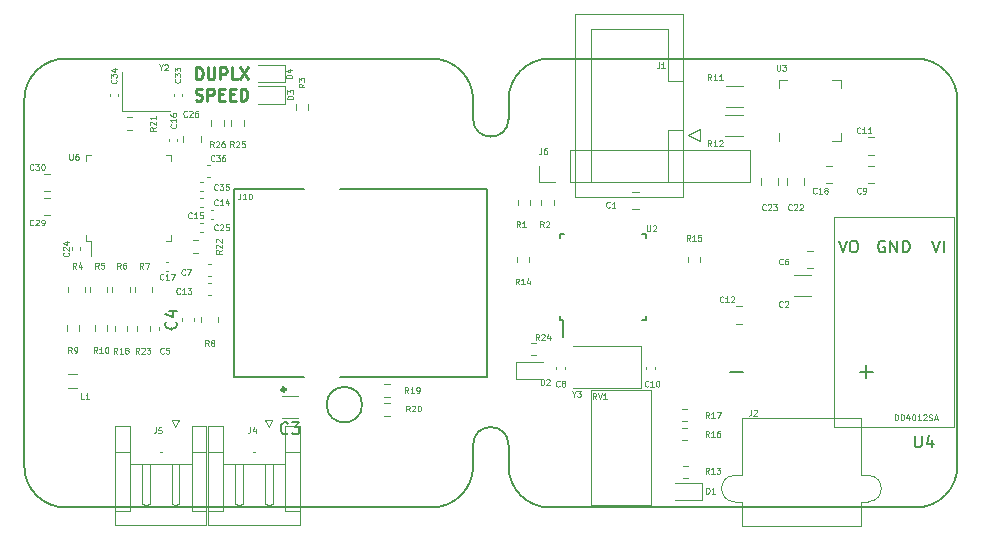
<source format=gbr>
%TF.GenerationSoftware,KiCad,Pcbnew,(5.1.8-0-10_14)*%
%TF.CreationDate,2021-09-02T11:11:10+02:00*%
%TF.ProjectId,ethersweep,65746865-7273-4776-9565-702e6b696361,2.0.1*%
%TF.SameCoordinates,Original*%
%TF.FileFunction,Legend,Top*%
%TF.FilePolarity,Positive*%
%FSLAX46Y46*%
G04 Gerber Fmt 4.6, Leading zero omitted, Abs format (unit mm)*
G04 Created by KiCad (PCBNEW (5.1.8-0-10_14)) date 2021-09-02 11:11:10*
%MOMM*%
%LPD*%
G01*
G04 APERTURE LIST*
%ADD10C,0.250000*%
%TA.AperFunction,Profile*%
%ADD11C,0.150000*%
%TD*%
%ADD12C,0.120000*%
%ADD13C,0.150000*%
%ADD14C,0.127000*%
%ADD15C,0.300000*%
%ADD16C,0.125000*%
G04 APERTURE END LIST*
D10*
X160609523Y-30204761D02*
X160752380Y-30252380D01*
X160990476Y-30252380D01*
X161085714Y-30204761D01*
X161133333Y-30157142D01*
X161180952Y-30061904D01*
X161180952Y-29966666D01*
X161133333Y-29871428D01*
X161085714Y-29823809D01*
X160990476Y-29776190D01*
X160800000Y-29728571D01*
X160704761Y-29680952D01*
X160657142Y-29633333D01*
X160609523Y-29538095D01*
X160609523Y-29442857D01*
X160657142Y-29347619D01*
X160704761Y-29300000D01*
X160800000Y-29252380D01*
X161038095Y-29252380D01*
X161180952Y-29300000D01*
X161609523Y-30252380D02*
X161609523Y-29252380D01*
X161990476Y-29252380D01*
X162085714Y-29300000D01*
X162133333Y-29347619D01*
X162180952Y-29442857D01*
X162180952Y-29585714D01*
X162133333Y-29680952D01*
X162085714Y-29728571D01*
X161990476Y-29776190D01*
X161609523Y-29776190D01*
X162609523Y-29728571D02*
X162942857Y-29728571D01*
X163085714Y-30252380D02*
X162609523Y-30252380D01*
X162609523Y-29252380D01*
X163085714Y-29252380D01*
X163514285Y-29728571D02*
X163847619Y-29728571D01*
X163990476Y-30252380D02*
X163514285Y-30252380D01*
X163514285Y-29252380D01*
X163990476Y-29252380D01*
X164419047Y-30252380D02*
X164419047Y-29252380D01*
X164657142Y-29252380D01*
X164800000Y-29300000D01*
X164895238Y-29395238D01*
X164942857Y-29490476D01*
X164990476Y-29680952D01*
X164990476Y-29823809D01*
X164942857Y-30014285D01*
X164895238Y-30109523D01*
X164800000Y-30204761D01*
X164657142Y-30252380D01*
X164419047Y-30252380D01*
X160633333Y-28452380D02*
X160633333Y-27452380D01*
X160871428Y-27452380D01*
X161014285Y-27500000D01*
X161109523Y-27595238D01*
X161157142Y-27690476D01*
X161204761Y-27880952D01*
X161204761Y-28023809D01*
X161157142Y-28214285D01*
X161109523Y-28309523D01*
X161014285Y-28404761D01*
X160871428Y-28452380D01*
X160633333Y-28452380D01*
X161633333Y-27452380D02*
X161633333Y-28261904D01*
X161680952Y-28357142D01*
X161728571Y-28404761D01*
X161823809Y-28452380D01*
X162014285Y-28452380D01*
X162109523Y-28404761D01*
X162157142Y-28357142D01*
X162204761Y-28261904D01*
X162204761Y-27452380D01*
X162680952Y-28452380D02*
X162680952Y-27452380D01*
X163061904Y-27452380D01*
X163157142Y-27500000D01*
X163204761Y-27547619D01*
X163252380Y-27642857D01*
X163252380Y-27785714D01*
X163204761Y-27880952D01*
X163157142Y-27928571D01*
X163061904Y-27976190D01*
X162680952Y-27976190D01*
X164157142Y-28452380D02*
X163680952Y-28452380D01*
X163680952Y-27452380D01*
X164395238Y-27452380D02*
X165061904Y-28452380D01*
X165061904Y-27452380D02*
X164395238Y-28452380D01*
D11*
X221600000Y-26700000D02*
G75*
G02*
X225100000Y-30200000I0J-3500000D01*
G01*
X184100000Y-60700000D02*
X184100000Y-59400000D01*
X187100000Y-31800000D02*
X187100000Y-30700000D01*
X187100000Y-31800000D02*
G75*
G02*
X184100000Y-31800000I-1500000J0D01*
G01*
X187100000Y-61200000D02*
X187100000Y-59400000D01*
X184100000Y-31800000D02*
X184100000Y-30200000D01*
X184100000Y-59400000D02*
G75*
G02*
X187100000Y-59400000I1500000J0D01*
G01*
X184100000Y-61200000D02*
X184100000Y-60700000D01*
X187100000Y-30200000D02*
X187100000Y-30700000D01*
X174700000Y-56000000D02*
G75*
G03*
X174700000Y-56000000I-1500000J0D01*
G01*
X149600000Y-64700000D02*
G75*
G02*
X146100000Y-61200000I0J3500000D01*
G01*
X149600000Y-64700000D02*
X180600000Y-64700000D01*
X190600000Y-26700000D02*
X221600000Y-26700000D01*
X187100000Y-30200000D02*
G75*
G02*
X190600000Y-26700000I3500000J0D01*
G01*
X225100000Y-61200000D02*
G75*
G02*
X221600000Y-64700000I-3500000J0D01*
G01*
X190600000Y-64700000D02*
G75*
G02*
X187100000Y-61200000I0J3500000D01*
G01*
X190600000Y-64700000D02*
X221600000Y-64700000D01*
X225100000Y-61200000D02*
X225100000Y-30200000D01*
X146100000Y-30200000D02*
X146100000Y-61200000D01*
X184100000Y-61200000D02*
G75*
G02*
X180600000Y-64700000I-3500000J0D01*
G01*
X180600000Y-26700000D02*
G75*
G02*
X184100000Y-30200000I0J-3500000D01*
G01*
X146100000Y-30200000D02*
G75*
G02*
X149600000Y-26700000I3500000J0D01*
G01*
X180600000Y-26700000D02*
X149600000Y-26700000D01*
D12*
X160290000Y-59990000D02*
X160290000Y-57790000D01*
X160290000Y-57790000D02*
X161510000Y-57790000D01*
X161510000Y-57790000D02*
X161510000Y-66210000D01*
X161510000Y-66210000D02*
X153790000Y-66210000D01*
X153790000Y-66210000D02*
X153790000Y-57790000D01*
X153790000Y-57790000D02*
X155010000Y-57790000D01*
X155010000Y-57790000D02*
X155010000Y-59990000D01*
X161510000Y-64990000D02*
X160290000Y-64990000D01*
X160290000Y-64990000D02*
X160290000Y-59990000D01*
X160290000Y-59990000D02*
X161510000Y-59990000D01*
X153790000Y-64990000D02*
X155010000Y-64990000D01*
X155010000Y-64990000D02*
X155010000Y-59990000D01*
X155010000Y-59990000D02*
X153790000Y-59990000D01*
X160290000Y-60990000D02*
X155010000Y-60990000D01*
X158900000Y-60990000D02*
X159220000Y-60990000D01*
X159220000Y-60990000D02*
X159220000Y-64410000D01*
X159220000Y-64410000D02*
X158900000Y-64490000D01*
X158900000Y-64490000D02*
X158580000Y-64410000D01*
X158580000Y-64410000D02*
X158580000Y-60990000D01*
X158580000Y-60990000D02*
X158900000Y-60990000D01*
X157730000Y-59990000D02*
X157570000Y-59990000D01*
X156400000Y-60990000D02*
X156720000Y-60990000D01*
X156720000Y-60990000D02*
X156720000Y-64410000D01*
X156720000Y-64410000D02*
X156400000Y-64490000D01*
X156400000Y-64490000D02*
X156080000Y-64410000D01*
X156080000Y-64410000D02*
X156080000Y-60990000D01*
X156080000Y-60990000D02*
X156400000Y-60990000D01*
X158900000Y-57900000D02*
X159200000Y-57300000D01*
X159200000Y-57300000D02*
X158600000Y-57300000D01*
X158600000Y-57300000D02*
X158900000Y-57900000D01*
X203280000Y-32700000D02*
X202280000Y-33200000D01*
X203280000Y-33700000D02*
X203280000Y-32700000D01*
X202280000Y-33200000D02*
X203280000Y-33700000D01*
X200580000Y-28610000D02*
X201890000Y-28610000D01*
X200580000Y-28610000D02*
X200580000Y-28610000D01*
X200580000Y-24210000D02*
X200580000Y-28610000D01*
X194080000Y-24210000D02*
X200580000Y-24210000D01*
X194080000Y-37110000D02*
X194080000Y-24210000D01*
X200580000Y-37110000D02*
X194080000Y-37110000D01*
X200580000Y-32710000D02*
X200580000Y-37110000D01*
X201890000Y-32710000D02*
X200580000Y-32710000D01*
X201890000Y-22910000D02*
X201890000Y-38410000D01*
X192770000Y-22910000D02*
X201890000Y-22910000D01*
X192770000Y-38410000D02*
X192770000Y-22910000D01*
X201890000Y-38410000D02*
X192770000Y-38410000D01*
X197588748Y-37965000D02*
X198111252Y-37965000D01*
X197588748Y-39435000D02*
X198111252Y-39435000D01*
X191140000Y-53007836D02*
X191140000Y-52792164D01*
X191860000Y-53007836D02*
X191860000Y-52792164D01*
X198740000Y-52792164D02*
X198740000Y-53007836D01*
X199460000Y-52792164D02*
X199460000Y-53007836D01*
X206861252Y-47665000D02*
X206338748Y-47665000D01*
X206861252Y-49135000D02*
X206338748Y-49135000D01*
X166500000Y-57300000D02*
X166800000Y-57900000D01*
X167100000Y-57300000D02*
X166500000Y-57300000D01*
X166800000Y-57900000D02*
X167100000Y-57300000D01*
X163980000Y-60990000D02*
X164300000Y-60990000D01*
X163980000Y-64410000D02*
X163980000Y-60990000D01*
X164300000Y-64490000D02*
X163980000Y-64410000D01*
X164620000Y-64410000D02*
X164300000Y-64490000D01*
X164620000Y-60990000D02*
X164620000Y-64410000D01*
X164300000Y-60990000D02*
X164620000Y-60990000D01*
X165630000Y-59990000D02*
X165470000Y-59990000D01*
X166480000Y-60990000D02*
X166800000Y-60990000D01*
X166480000Y-64410000D02*
X166480000Y-60990000D01*
X166800000Y-64490000D02*
X166480000Y-64410000D01*
X167120000Y-64410000D02*
X166800000Y-64490000D01*
X167120000Y-60990000D02*
X167120000Y-64410000D01*
X166800000Y-60990000D02*
X167120000Y-60990000D01*
X168190000Y-60990000D02*
X162910000Y-60990000D01*
X162910000Y-59990000D02*
X161690000Y-59990000D01*
X162910000Y-64990000D02*
X162910000Y-59990000D01*
X161690000Y-64990000D02*
X162910000Y-64990000D01*
X168190000Y-59990000D02*
X169410000Y-59990000D01*
X168190000Y-64990000D02*
X168190000Y-59990000D01*
X169410000Y-64990000D02*
X168190000Y-64990000D01*
X162910000Y-57790000D02*
X162910000Y-59990000D01*
X161690000Y-57790000D02*
X162910000Y-57790000D01*
X161690000Y-66210000D02*
X161690000Y-57790000D01*
X169410000Y-66210000D02*
X161690000Y-66210000D01*
X169410000Y-57790000D02*
X169410000Y-66210000D01*
X168190000Y-57790000D02*
X169410000Y-57790000D01*
X168190000Y-59990000D02*
X168190000Y-57790000D01*
D13*
X191700000Y-48825000D02*
X191700000Y-50250000D01*
X191475000Y-41575000D02*
X191475000Y-41900000D01*
X198725000Y-41575000D02*
X198725000Y-41900000D01*
X198725000Y-48825000D02*
X198725000Y-48500000D01*
X191475000Y-48825000D02*
X191475000Y-48500000D01*
X198725000Y-48825000D02*
X198400000Y-48825000D01*
X198725000Y-41575000D02*
X198400000Y-41575000D01*
X191475000Y-41575000D02*
X191800000Y-41575000D01*
X191475000Y-48825000D02*
X191700000Y-48825000D01*
D12*
X188872500Y-43462742D02*
X188872500Y-43937258D01*
X187827500Y-43462742D02*
X187827500Y-43937258D01*
X202277500Y-43462742D02*
X202277500Y-43937258D01*
X203322500Y-43462742D02*
X203322500Y-43937258D01*
X188922500Y-39137258D02*
X188922500Y-38662742D01*
X187877500Y-39137258D02*
X187877500Y-38662742D01*
X189877500Y-39137258D02*
X189877500Y-38662742D01*
X190922500Y-39137258D02*
X190922500Y-38662742D01*
X169077500Y-31037258D02*
X169077500Y-30562742D01*
X170122500Y-31037258D02*
X170122500Y-30562742D01*
X192600000Y-54600000D02*
X198350000Y-54600000D01*
X198350000Y-54600000D02*
X198350000Y-51000000D01*
X198350000Y-51000000D02*
X192600000Y-51000000D01*
X157490000Y-49409420D02*
X157490000Y-49690580D01*
X158510000Y-49409420D02*
X158510000Y-49690580D01*
X160992164Y-38540000D02*
X161207836Y-38540000D01*
X160992164Y-39260000D02*
X161207836Y-39260000D01*
X161892164Y-40260000D02*
X162107836Y-40260000D01*
X161892164Y-39540000D02*
X162107836Y-39540000D01*
X158340000Y-33707836D02*
X158340000Y-33492164D01*
X159060000Y-33707836D02*
X159060000Y-33492164D01*
X158092164Y-44660000D02*
X158307836Y-44660000D01*
X158092164Y-43940000D02*
X158307836Y-43940000D01*
X150140000Y-42692164D02*
X150140000Y-42907836D01*
X150860000Y-42692164D02*
X150860000Y-42907836D01*
X160992164Y-41360000D02*
X161207836Y-41360000D01*
X160992164Y-40640000D02*
X161207836Y-40640000D01*
X159565000Y-33761252D02*
X159565000Y-33238748D01*
X161035000Y-33761252D02*
X161035000Y-33238748D01*
X148261252Y-36465000D02*
X147738748Y-36465000D01*
X148261252Y-37935000D02*
X147738748Y-37935000D01*
X158740000Y-29907836D02*
X158740000Y-29692164D01*
X159460000Y-29907836D02*
X159460000Y-29692164D01*
X153340000Y-29907836D02*
X153340000Y-29692164D01*
X154060000Y-29907836D02*
X154060000Y-29692164D01*
X161559420Y-36760000D02*
X161840580Y-36760000D01*
X161559420Y-35740000D02*
X161840580Y-35740000D01*
X161012164Y-37910000D02*
X161227836Y-37910000D01*
X161012164Y-37190000D02*
X161227836Y-37190000D01*
X207570000Y-37130000D02*
X207570000Y-34470000D01*
X192270000Y-37130000D02*
X207570000Y-37130000D01*
X192270000Y-34470000D02*
X207570000Y-34470000D01*
X192270000Y-37130000D02*
X192270000Y-34470000D01*
X191000000Y-37130000D02*
X189670000Y-37130000D01*
X189670000Y-37130000D02*
X189670000Y-35800000D01*
D14*
X163870000Y-53700000D02*
X163870000Y-37700000D01*
X185270000Y-53700000D02*
X185270000Y-37700000D01*
X185270000Y-37700000D02*
X172850000Y-37700000D01*
X169750000Y-37700000D02*
X163870000Y-37700000D01*
X185270000Y-53700000D02*
X172850000Y-53700000D01*
X169750000Y-53700000D02*
X163870000Y-53700000D01*
D15*
X168200000Y-54700000D02*
G75*
G03*
X168200000Y-54700000I-150000J0D01*
G01*
D12*
X149800378Y-53440000D02*
X150599622Y-53440000D01*
X149800378Y-54560000D02*
X150599622Y-54560000D01*
X151235000Y-46477064D02*
X151235000Y-46022936D01*
X149765000Y-46477064D02*
X149765000Y-46022936D01*
X151665000Y-46477064D02*
X151665000Y-46022936D01*
X153135000Y-46477064D02*
X153135000Y-46022936D01*
X155035000Y-46477064D02*
X155035000Y-46022936D01*
X153565000Y-46477064D02*
X153565000Y-46022936D01*
X155465000Y-46477064D02*
X155465000Y-46022936D01*
X156935000Y-46477064D02*
X156935000Y-46022936D01*
X149677500Y-49737258D02*
X149677500Y-49262742D01*
X150722500Y-49737258D02*
X150722500Y-49262742D01*
X152077500Y-49737258D02*
X152077500Y-49262742D01*
X153122500Y-49737258D02*
X153122500Y-49262742D01*
X154822500Y-49787258D02*
X154822500Y-49312742D01*
X153777500Y-49787258D02*
X153777500Y-49312742D01*
X177037258Y-56922500D02*
X176562742Y-56922500D01*
X177037258Y-55877500D02*
X176562742Y-55877500D01*
X177037258Y-54277500D02*
X176562742Y-54277500D01*
X177037258Y-55322500D02*
X176562742Y-55322500D01*
X156722500Y-49787258D02*
X156722500Y-49312742D01*
X155677500Y-49787258D02*
X155677500Y-49312742D01*
X151740000Y-42110000D02*
X151740000Y-43400000D01*
X151290000Y-42110000D02*
X151740000Y-42110000D01*
X151290000Y-41660000D02*
X151290000Y-42110000D01*
X151290000Y-34890000D02*
X151740000Y-34890000D01*
X151290000Y-35340000D02*
X151290000Y-34890000D01*
X158510000Y-42110000D02*
X158060000Y-42110000D01*
X158510000Y-41660000D02*
X158510000Y-42110000D01*
X158510000Y-34890000D02*
X158060000Y-34890000D01*
X158510000Y-35340000D02*
X158510000Y-34890000D01*
X154400000Y-31150000D02*
X158400000Y-31150000D01*
X154400000Y-27850000D02*
X154400000Y-31150000D01*
X188962742Y-50777500D02*
X189437258Y-50777500D01*
X188962742Y-51822500D02*
X189437258Y-51822500D01*
X217538748Y-35765000D02*
X218061252Y-35765000D01*
X217538748Y-37235000D02*
X218061252Y-37235000D01*
X217538748Y-34835000D02*
X218061252Y-34835000D01*
X217538748Y-33365000D02*
X218061252Y-33365000D01*
X213938748Y-35765000D02*
X214461252Y-35765000D01*
X213938748Y-37235000D02*
X214461252Y-37235000D01*
X212135000Y-36838748D02*
X212135000Y-37361252D01*
X210665000Y-36838748D02*
X210665000Y-37361252D01*
X206927064Y-30810000D02*
X205472936Y-30810000D01*
X206927064Y-28990000D02*
X205472936Y-28990000D01*
X206922063Y-31444999D02*
X205467935Y-31444999D01*
X206922063Y-33264999D02*
X205467935Y-33264999D01*
X194070000Y-64525000D02*
X194070000Y-54755000D01*
X199140000Y-64525000D02*
X199140000Y-54755000D01*
X194070000Y-64525000D02*
X199140000Y-64525000D01*
X194070000Y-54755000D02*
X199140000Y-54755000D01*
X209990000Y-29215000D02*
X209990000Y-28490000D01*
X209990000Y-28490000D02*
X210715000Y-28490000D01*
X215210000Y-32985000D02*
X215210000Y-33710000D01*
X215210000Y-33710000D02*
X214485000Y-33710000D01*
X215210000Y-29215000D02*
X215210000Y-28490000D01*
X215210000Y-28490000D02*
X214485000Y-28490000D01*
X209990000Y-32985000D02*
X209990000Y-33710000D01*
X162535000Y-49027064D02*
X162535000Y-48572936D01*
X161065000Y-49027064D02*
X161065000Y-48572936D01*
X155237258Y-31677500D02*
X154762742Y-31677500D01*
X155237258Y-32722500D02*
X154762742Y-32722500D01*
X160837258Y-43122500D02*
X160362742Y-43122500D01*
X160837258Y-42077500D02*
X160362742Y-42077500D01*
X187715000Y-53835000D02*
X190000000Y-53835000D01*
X187715000Y-52365000D02*
X187715000Y-53835000D01*
X190000000Y-52365000D02*
X187715000Y-52365000D01*
X161940580Y-45110000D02*
X161659420Y-45110000D01*
X161940580Y-44090000D02*
X161659420Y-44090000D01*
X161940580Y-45690000D02*
X161659420Y-45690000D01*
X161940580Y-46710000D02*
X161659420Y-46710000D01*
X148261252Y-38465000D02*
X147738748Y-38465000D01*
X148261252Y-39935000D02*
X147738748Y-39935000D01*
X169311252Y-55290000D02*
X167888748Y-55290000D01*
X169311252Y-57110000D02*
X167888748Y-57110000D01*
X160510000Y-48940580D02*
X160510000Y-48659420D01*
X159490000Y-48940580D02*
X159490000Y-48659420D01*
X212711252Y-44990000D02*
X211288748Y-44990000D01*
X212711252Y-46810000D02*
X211288748Y-46810000D01*
X212861252Y-42965000D02*
X212338748Y-42965000D01*
X212861252Y-44435000D02*
X212338748Y-44435000D01*
X203519999Y-62609999D02*
X201234999Y-62609999D01*
X203519999Y-64079999D02*
X203519999Y-62609999D01*
X201234999Y-64079999D02*
X203519999Y-64079999D01*
X206840000Y-66310000D02*
X206840000Y-64210000D01*
X217550000Y-61990000D02*
X216960000Y-61990000D01*
X217550000Y-64210000D02*
X216960000Y-64210000D01*
X206840000Y-64210000D02*
X206250000Y-64210000D01*
X206840000Y-61990000D02*
X206250000Y-61990000D01*
X206840000Y-61990000D02*
X206840000Y-57090000D01*
X216960000Y-66310000D02*
X216960000Y-64210000D01*
X216960000Y-61990000D02*
X216960000Y-57090000D01*
X216960000Y-57090000D02*
X206840000Y-57090000D01*
X216960000Y-66310000D02*
X206840000Y-66310000D01*
X217550000Y-61990000D02*
G75*
G02*
X217550000Y-64210000I0J-1110000D01*
G01*
X206250000Y-64210000D02*
G75*
G02*
X206250000Y-61990000I0J1110000D01*
G01*
X202312257Y-61177500D02*
X201837741Y-61177500D01*
X202312257Y-62222500D02*
X201837741Y-62222500D01*
X202237258Y-57977500D02*
X201762742Y-57977500D01*
X202237258Y-59022500D02*
X201762742Y-59022500D01*
X201762742Y-56377500D02*
X202237258Y-56377500D01*
X201762742Y-57422500D02*
X202237258Y-57422500D01*
X224800000Y-40120000D02*
X224800000Y-57900000D01*
X214640000Y-40120000D02*
X224800000Y-40120000D01*
X214640000Y-57900000D02*
X214640000Y-40120000D01*
X224800000Y-57900000D02*
X214640000Y-57900000D01*
X208465000Y-36838748D02*
X208465000Y-37361252D01*
X209935000Y-36838748D02*
X209935000Y-37361252D01*
X168135000Y-29035000D02*
X165850000Y-29035000D01*
X168135000Y-30505000D02*
X168135000Y-29035000D01*
X165850000Y-30505000D02*
X168135000Y-30505000D01*
X165850000Y-28705000D02*
X168135000Y-28705000D01*
X168135000Y-28705000D02*
X168135000Y-27235000D01*
X168135000Y-27235000D02*
X165850000Y-27235000D01*
X164672500Y-32407258D02*
X164672500Y-31932742D01*
X163627500Y-32407258D02*
X163627500Y-31932742D01*
X161927500Y-32382258D02*
X161927500Y-31907742D01*
X162972500Y-32382258D02*
X162972500Y-31907742D01*
D16*
X157233333Y-57926190D02*
X157233333Y-58283333D01*
X157209523Y-58354761D01*
X157161904Y-58402380D01*
X157090476Y-58426190D01*
X157042857Y-58426190D01*
X157709523Y-57926190D02*
X157471428Y-57926190D01*
X157447619Y-58164285D01*
X157471428Y-58140476D01*
X157519047Y-58116666D01*
X157638095Y-58116666D01*
X157685714Y-58140476D01*
X157709523Y-58164285D01*
X157733333Y-58211904D01*
X157733333Y-58330952D01*
X157709523Y-58378571D01*
X157685714Y-58402380D01*
X157638095Y-58426190D01*
X157519047Y-58426190D01*
X157471428Y-58402380D01*
X157447619Y-58378571D01*
X199833333Y-27026190D02*
X199833333Y-27383333D01*
X199809523Y-27454761D01*
X199761904Y-27502380D01*
X199690476Y-27526190D01*
X199642857Y-27526190D01*
X200333333Y-27526190D02*
X200047619Y-27526190D01*
X200190476Y-27526190D02*
X200190476Y-27026190D01*
X200142857Y-27097619D01*
X200095238Y-27145238D01*
X200047619Y-27169047D01*
X195666666Y-39278571D02*
X195642857Y-39302380D01*
X195571428Y-39326190D01*
X195523809Y-39326190D01*
X195452380Y-39302380D01*
X195404761Y-39254761D01*
X195380952Y-39207142D01*
X195357142Y-39111904D01*
X195357142Y-39040476D01*
X195380952Y-38945238D01*
X195404761Y-38897619D01*
X195452380Y-38850000D01*
X195523809Y-38826190D01*
X195571428Y-38826190D01*
X195642857Y-38850000D01*
X195666666Y-38873809D01*
X196142857Y-39326190D02*
X195857142Y-39326190D01*
X196000000Y-39326190D02*
X196000000Y-38826190D01*
X195952380Y-38897619D01*
X195904761Y-38945238D01*
X195857142Y-38969047D01*
X191416666Y-54428571D02*
X191392857Y-54452380D01*
X191321428Y-54476190D01*
X191273809Y-54476190D01*
X191202380Y-54452380D01*
X191154761Y-54404761D01*
X191130952Y-54357142D01*
X191107142Y-54261904D01*
X191107142Y-54190476D01*
X191130952Y-54095238D01*
X191154761Y-54047619D01*
X191202380Y-54000000D01*
X191273809Y-53976190D01*
X191321428Y-53976190D01*
X191392857Y-54000000D01*
X191416666Y-54023809D01*
X191702380Y-54190476D02*
X191654761Y-54166666D01*
X191630952Y-54142857D01*
X191607142Y-54095238D01*
X191607142Y-54071428D01*
X191630952Y-54023809D01*
X191654761Y-54000000D01*
X191702380Y-53976190D01*
X191797619Y-53976190D01*
X191845238Y-54000000D01*
X191869047Y-54023809D01*
X191892857Y-54071428D01*
X191892857Y-54095238D01*
X191869047Y-54142857D01*
X191845238Y-54166666D01*
X191797619Y-54190476D01*
X191702380Y-54190476D01*
X191654761Y-54214285D01*
X191630952Y-54238095D01*
X191607142Y-54285714D01*
X191607142Y-54380952D01*
X191630952Y-54428571D01*
X191654761Y-54452380D01*
X191702380Y-54476190D01*
X191797619Y-54476190D01*
X191845238Y-54452380D01*
X191869047Y-54428571D01*
X191892857Y-54380952D01*
X191892857Y-54285714D01*
X191869047Y-54238095D01*
X191845238Y-54214285D01*
X191797619Y-54190476D01*
X198928571Y-54428571D02*
X198904761Y-54452380D01*
X198833333Y-54476190D01*
X198785714Y-54476190D01*
X198714285Y-54452380D01*
X198666666Y-54404761D01*
X198642857Y-54357142D01*
X198619047Y-54261904D01*
X198619047Y-54190476D01*
X198642857Y-54095238D01*
X198666666Y-54047619D01*
X198714285Y-54000000D01*
X198785714Y-53976190D01*
X198833333Y-53976190D01*
X198904761Y-54000000D01*
X198928571Y-54023809D01*
X199404761Y-54476190D02*
X199119047Y-54476190D01*
X199261904Y-54476190D02*
X199261904Y-53976190D01*
X199214285Y-54047619D01*
X199166666Y-54095238D01*
X199119047Y-54119047D01*
X199714285Y-53976190D02*
X199761904Y-53976190D01*
X199809523Y-54000000D01*
X199833333Y-54023809D01*
X199857142Y-54071428D01*
X199880952Y-54166666D01*
X199880952Y-54285714D01*
X199857142Y-54380952D01*
X199833333Y-54428571D01*
X199809523Y-54452380D01*
X199761904Y-54476190D01*
X199714285Y-54476190D01*
X199666666Y-54452380D01*
X199642857Y-54428571D01*
X199619047Y-54380952D01*
X199595238Y-54285714D01*
X199595238Y-54166666D01*
X199619047Y-54071428D01*
X199642857Y-54023809D01*
X199666666Y-54000000D01*
X199714285Y-53976190D01*
X205278571Y-47278571D02*
X205254761Y-47302380D01*
X205183333Y-47326190D01*
X205135714Y-47326190D01*
X205064285Y-47302380D01*
X205016666Y-47254761D01*
X204992857Y-47207142D01*
X204969047Y-47111904D01*
X204969047Y-47040476D01*
X204992857Y-46945238D01*
X205016666Y-46897619D01*
X205064285Y-46850000D01*
X205135714Y-46826190D01*
X205183333Y-46826190D01*
X205254761Y-46850000D01*
X205278571Y-46873809D01*
X205754761Y-47326190D02*
X205469047Y-47326190D01*
X205611904Y-47326190D02*
X205611904Y-46826190D01*
X205564285Y-46897619D01*
X205516666Y-46945238D01*
X205469047Y-46969047D01*
X205945238Y-46873809D02*
X205969047Y-46850000D01*
X206016666Y-46826190D01*
X206135714Y-46826190D01*
X206183333Y-46850000D01*
X206207142Y-46873809D01*
X206230952Y-46921428D01*
X206230952Y-46969047D01*
X206207142Y-47040476D01*
X205921428Y-47326190D01*
X206230952Y-47326190D01*
X165233333Y-57926190D02*
X165233333Y-58283333D01*
X165209523Y-58354761D01*
X165161904Y-58402380D01*
X165090476Y-58426190D01*
X165042857Y-58426190D01*
X165685714Y-58092857D02*
X165685714Y-58426190D01*
X165566666Y-57902380D02*
X165447619Y-58259523D01*
X165757142Y-58259523D01*
X198819047Y-40826190D02*
X198819047Y-41230952D01*
X198842857Y-41278571D01*
X198866666Y-41302380D01*
X198914285Y-41326190D01*
X199009523Y-41326190D01*
X199057142Y-41302380D01*
X199080952Y-41278571D01*
X199104761Y-41230952D01*
X199104761Y-40826190D01*
X199319047Y-40873809D02*
X199342857Y-40850000D01*
X199390476Y-40826190D01*
X199509523Y-40826190D01*
X199557142Y-40850000D01*
X199580952Y-40873809D01*
X199604761Y-40921428D01*
X199604761Y-40969047D01*
X199580952Y-41040476D01*
X199295238Y-41326190D01*
X199604761Y-41326190D01*
X187978571Y-45826190D02*
X187811904Y-45588095D01*
X187692857Y-45826190D02*
X187692857Y-45326190D01*
X187883333Y-45326190D01*
X187930952Y-45350000D01*
X187954761Y-45373809D01*
X187978571Y-45421428D01*
X187978571Y-45492857D01*
X187954761Y-45540476D01*
X187930952Y-45564285D01*
X187883333Y-45588095D01*
X187692857Y-45588095D01*
X188454761Y-45826190D02*
X188169047Y-45826190D01*
X188311904Y-45826190D02*
X188311904Y-45326190D01*
X188264285Y-45397619D01*
X188216666Y-45445238D01*
X188169047Y-45469047D01*
X188883333Y-45492857D02*
X188883333Y-45826190D01*
X188764285Y-45302380D02*
X188645238Y-45659523D01*
X188954761Y-45659523D01*
X202478571Y-42126190D02*
X202311904Y-41888095D01*
X202192857Y-42126190D02*
X202192857Y-41626190D01*
X202383333Y-41626190D01*
X202430952Y-41650000D01*
X202454761Y-41673809D01*
X202478571Y-41721428D01*
X202478571Y-41792857D01*
X202454761Y-41840476D01*
X202430952Y-41864285D01*
X202383333Y-41888095D01*
X202192857Y-41888095D01*
X202954761Y-42126190D02*
X202669047Y-42126190D01*
X202811904Y-42126190D02*
X202811904Y-41626190D01*
X202764285Y-41697619D01*
X202716666Y-41745238D01*
X202669047Y-41769047D01*
X203407142Y-41626190D02*
X203169047Y-41626190D01*
X203145238Y-41864285D01*
X203169047Y-41840476D01*
X203216666Y-41816666D01*
X203335714Y-41816666D01*
X203383333Y-41840476D01*
X203407142Y-41864285D01*
X203430952Y-41911904D01*
X203430952Y-42030952D01*
X203407142Y-42078571D01*
X203383333Y-42102380D01*
X203335714Y-42126190D01*
X203216666Y-42126190D01*
X203169047Y-42102380D01*
X203145238Y-42078571D01*
X188066666Y-40976190D02*
X187900000Y-40738095D01*
X187780952Y-40976190D02*
X187780952Y-40476190D01*
X187971428Y-40476190D01*
X188019047Y-40500000D01*
X188042857Y-40523809D01*
X188066666Y-40571428D01*
X188066666Y-40642857D01*
X188042857Y-40690476D01*
X188019047Y-40714285D01*
X187971428Y-40738095D01*
X187780952Y-40738095D01*
X188542857Y-40976190D02*
X188257142Y-40976190D01*
X188400000Y-40976190D02*
X188400000Y-40476190D01*
X188352380Y-40547619D01*
X188304761Y-40595238D01*
X188257142Y-40619047D01*
X190066666Y-40976190D02*
X189900000Y-40738095D01*
X189780952Y-40976190D02*
X189780952Y-40476190D01*
X189971428Y-40476190D01*
X190019047Y-40500000D01*
X190042857Y-40523809D01*
X190066666Y-40571428D01*
X190066666Y-40642857D01*
X190042857Y-40690476D01*
X190019047Y-40714285D01*
X189971428Y-40738095D01*
X189780952Y-40738095D01*
X190257142Y-40523809D02*
X190280952Y-40500000D01*
X190328571Y-40476190D01*
X190447619Y-40476190D01*
X190495238Y-40500000D01*
X190519047Y-40523809D01*
X190542857Y-40571428D01*
X190542857Y-40619047D01*
X190519047Y-40690476D01*
X190233333Y-40976190D01*
X190542857Y-40976190D01*
X169826190Y-28833333D02*
X169588095Y-29000000D01*
X169826190Y-29119047D02*
X169326190Y-29119047D01*
X169326190Y-28928571D01*
X169350000Y-28880952D01*
X169373809Y-28857142D01*
X169421428Y-28833333D01*
X169492857Y-28833333D01*
X169540476Y-28857142D01*
X169564285Y-28880952D01*
X169588095Y-28928571D01*
X169588095Y-29119047D01*
X169326190Y-28666666D02*
X169326190Y-28357142D01*
X169516666Y-28523809D01*
X169516666Y-28452380D01*
X169540476Y-28404761D01*
X169564285Y-28380952D01*
X169611904Y-28357142D01*
X169730952Y-28357142D01*
X169778571Y-28380952D01*
X169802380Y-28404761D01*
X169826190Y-28452380D01*
X169826190Y-28595238D01*
X169802380Y-28642857D01*
X169778571Y-28666666D01*
X192611904Y-55088095D02*
X192611904Y-55326190D01*
X192445238Y-54826190D02*
X192611904Y-55088095D01*
X192778571Y-54826190D01*
X192897619Y-54826190D02*
X193207142Y-54826190D01*
X193040476Y-55016666D01*
X193111904Y-55016666D01*
X193159523Y-55040476D01*
X193183333Y-55064285D01*
X193207142Y-55111904D01*
X193207142Y-55230952D01*
X193183333Y-55278571D01*
X193159523Y-55302380D01*
X193111904Y-55326190D01*
X192969047Y-55326190D01*
X192921428Y-55302380D01*
X192897619Y-55278571D01*
X157916666Y-51628571D02*
X157892857Y-51652380D01*
X157821428Y-51676190D01*
X157773809Y-51676190D01*
X157702380Y-51652380D01*
X157654761Y-51604761D01*
X157630952Y-51557142D01*
X157607142Y-51461904D01*
X157607142Y-51390476D01*
X157630952Y-51295238D01*
X157654761Y-51247619D01*
X157702380Y-51200000D01*
X157773809Y-51176190D01*
X157821428Y-51176190D01*
X157892857Y-51200000D01*
X157916666Y-51223809D01*
X158369047Y-51176190D02*
X158130952Y-51176190D01*
X158107142Y-51414285D01*
X158130952Y-51390476D01*
X158178571Y-51366666D01*
X158297619Y-51366666D01*
X158345238Y-51390476D01*
X158369047Y-51414285D01*
X158392857Y-51461904D01*
X158392857Y-51580952D01*
X158369047Y-51628571D01*
X158345238Y-51652380D01*
X158297619Y-51676190D01*
X158178571Y-51676190D01*
X158130952Y-51652380D01*
X158107142Y-51628571D01*
X162478571Y-39078571D02*
X162454761Y-39102380D01*
X162383333Y-39126190D01*
X162335714Y-39126190D01*
X162264285Y-39102380D01*
X162216666Y-39054761D01*
X162192857Y-39007142D01*
X162169047Y-38911904D01*
X162169047Y-38840476D01*
X162192857Y-38745238D01*
X162216666Y-38697619D01*
X162264285Y-38650000D01*
X162335714Y-38626190D01*
X162383333Y-38626190D01*
X162454761Y-38650000D01*
X162478571Y-38673809D01*
X162954761Y-39126190D02*
X162669047Y-39126190D01*
X162811904Y-39126190D02*
X162811904Y-38626190D01*
X162764285Y-38697619D01*
X162716666Y-38745238D01*
X162669047Y-38769047D01*
X163383333Y-38792857D02*
X163383333Y-39126190D01*
X163264285Y-38602380D02*
X163145238Y-38959523D01*
X163454761Y-38959523D01*
X160278571Y-40178571D02*
X160254761Y-40202380D01*
X160183333Y-40226190D01*
X160135714Y-40226190D01*
X160064285Y-40202380D01*
X160016666Y-40154761D01*
X159992857Y-40107142D01*
X159969047Y-40011904D01*
X159969047Y-39940476D01*
X159992857Y-39845238D01*
X160016666Y-39797619D01*
X160064285Y-39750000D01*
X160135714Y-39726190D01*
X160183333Y-39726190D01*
X160254761Y-39750000D01*
X160278571Y-39773809D01*
X160754761Y-40226190D02*
X160469047Y-40226190D01*
X160611904Y-40226190D02*
X160611904Y-39726190D01*
X160564285Y-39797619D01*
X160516666Y-39845238D01*
X160469047Y-39869047D01*
X161207142Y-39726190D02*
X160969047Y-39726190D01*
X160945238Y-39964285D01*
X160969047Y-39940476D01*
X161016666Y-39916666D01*
X161135714Y-39916666D01*
X161183333Y-39940476D01*
X161207142Y-39964285D01*
X161230952Y-40011904D01*
X161230952Y-40130952D01*
X161207142Y-40178571D01*
X161183333Y-40202380D01*
X161135714Y-40226190D01*
X161016666Y-40226190D01*
X160969047Y-40202380D01*
X160945238Y-40178571D01*
X158928571Y-32271428D02*
X158952380Y-32295238D01*
X158976190Y-32366666D01*
X158976190Y-32414285D01*
X158952380Y-32485714D01*
X158904761Y-32533333D01*
X158857142Y-32557142D01*
X158761904Y-32580952D01*
X158690476Y-32580952D01*
X158595238Y-32557142D01*
X158547619Y-32533333D01*
X158500000Y-32485714D01*
X158476190Y-32414285D01*
X158476190Y-32366666D01*
X158500000Y-32295238D01*
X158523809Y-32271428D01*
X158976190Y-31795238D02*
X158976190Y-32080952D01*
X158976190Y-31938095D02*
X158476190Y-31938095D01*
X158547619Y-31985714D01*
X158595238Y-32033333D01*
X158619047Y-32080952D01*
X158476190Y-31366666D02*
X158476190Y-31461904D01*
X158500000Y-31509523D01*
X158523809Y-31533333D01*
X158595238Y-31580952D01*
X158690476Y-31604761D01*
X158880952Y-31604761D01*
X158928571Y-31580952D01*
X158952380Y-31557142D01*
X158976190Y-31509523D01*
X158976190Y-31414285D01*
X158952380Y-31366666D01*
X158928571Y-31342857D01*
X158880952Y-31319047D01*
X158761904Y-31319047D01*
X158714285Y-31342857D01*
X158690476Y-31366666D01*
X158666666Y-31414285D01*
X158666666Y-31509523D01*
X158690476Y-31557142D01*
X158714285Y-31580952D01*
X158761904Y-31604761D01*
X157878571Y-45378571D02*
X157854761Y-45402380D01*
X157783333Y-45426190D01*
X157735714Y-45426190D01*
X157664285Y-45402380D01*
X157616666Y-45354761D01*
X157592857Y-45307142D01*
X157569047Y-45211904D01*
X157569047Y-45140476D01*
X157592857Y-45045238D01*
X157616666Y-44997619D01*
X157664285Y-44950000D01*
X157735714Y-44926190D01*
X157783333Y-44926190D01*
X157854761Y-44950000D01*
X157878571Y-44973809D01*
X158354761Y-45426190D02*
X158069047Y-45426190D01*
X158211904Y-45426190D02*
X158211904Y-44926190D01*
X158164285Y-44997619D01*
X158116666Y-45045238D01*
X158069047Y-45069047D01*
X158521428Y-44926190D02*
X158854761Y-44926190D01*
X158640476Y-45426190D01*
X149828571Y-43121428D02*
X149852380Y-43145238D01*
X149876190Y-43216666D01*
X149876190Y-43264285D01*
X149852380Y-43335714D01*
X149804761Y-43383333D01*
X149757142Y-43407142D01*
X149661904Y-43430952D01*
X149590476Y-43430952D01*
X149495238Y-43407142D01*
X149447619Y-43383333D01*
X149400000Y-43335714D01*
X149376190Y-43264285D01*
X149376190Y-43216666D01*
X149400000Y-43145238D01*
X149423809Y-43121428D01*
X149423809Y-42930952D02*
X149400000Y-42907142D01*
X149376190Y-42859523D01*
X149376190Y-42740476D01*
X149400000Y-42692857D01*
X149423809Y-42669047D01*
X149471428Y-42645238D01*
X149519047Y-42645238D01*
X149590476Y-42669047D01*
X149876190Y-42954761D01*
X149876190Y-42645238D01*
X149542857Y-42216666D02*
X149876190Y-42216666D01*
X149352380Y-42335714D02*
X149709523Y-42454761D01*
X149709523Y-42145238D01*
X162478571Y-41178571D02*
X162454761Y-41202380D01*
X162383333Y-41226190D01*
X162335714Y-41226190D01*
X162264285Y-41202380D01*
X162216666Y-41154761D01*
X162192857Y-41107142D01*
X162169047Y-41011904D01*
X162169047Y-40940476D01*
X162192857Y-40845238D01*
X162216666Y-40797619D01*
X162264285Y-40750000D01*
X162335714Y-40726190D01*
X162383333Y-40726190D01*
X162454761Y-40750000D01*
X162478571Y-40773809D01*
X162669047Y-40773809D02*
X162692857Y-40750000D01*
X162740476Y-40726190D01*
X162859523Y-40726190D01*
X162907142Y-40750000D01*
X162930952Y-40773809D01*
X162954761Y-40821428D01*
X162954761Y-40869047D01*
X162930952Y-40940476D01*
X162645238Y-41226190D01*
X162954761Y-41226190D01*
X163407142Y-40726190D02*
X163169047Y-40726190D01*
X163145238Y-40964285D01*
X163169047Y-40940476D01*
X163216666Y-40916666D01*
X163335714Y-40916666D01*
X163383333Y-40940476D01*
X163407142Y-40964285D01*
X163430952Y-41011904D01*
X163430952Y-41130952D01*
X163407142Y-41178571D01*
X163383333Y-41202380D01*
X163335714Y-41226190D01*
X163216666Y-41226190D01*
X163169047Y-41202380D01*
X163145238Y-41178571D01*
X159878571Y-31578571D02*
X159854761Y-31602380D01*
X159783333Y-31626190D01*
X159735714Y-31626190D01*
X159664285Y-31602380D01*
X159616666Y-31554761D01*
X159592857Y-31507142D01*
X159569047Y-31411904D01*
X159569047Y-31340476D01*
X159592857Y-31245238D01*
X159616666Y-31197619D01*
X159664285Y-31150000D01*
X159735714Y-31126190D01*
X159783333Y-31126190D01*
X159854761Y-31150000D01*
X159878571Y-31173809D01*
X160069047Y-31173809D02*
X160092857Y-31150000D01*
X160140476Y-31126190D01*
X160259523Y-31126190D01*
X160307142Y-31150000D01*
X160330952Y-31173809D01*
X160354761Y-31221428D01*
X160354761Y-31269047D01*
X160330952Y-31340476D01*
X160045238Y-31626190D01*
X160354761Y-31626190D01*
X160783333Y-31126190D02*
X160688095Y-31126190D01*
X160640476Y-31150000D01*
X160616666Y-31173809D01*
X160569047Y-31245238D01*
X160545238Y-31340476D01*
X160545238Y-31530952D01*
X160569047Y-31578571D01*
X160592857Y-31602380D01*
X160640476Y-31626190D01*
X160735714Y-31626190D01*
X160783333Y-31602380D01*
X160807142Y-31578571D01*
X160830952Y-31530952D01*
X160830952Y-31411904D01*
X160807142Y-31364285D01*
X160783333Y-31340476D01*
X160735714Y-31316666D01*
X160640476Y-31316666D01*
X160592857Y-31340476D01*
X160569047Y-31364285D01*
X160545238Y-31411904D01*
X146878571Y-36078571D02*
X146854761Y-36102380D01*
X146783333Y-36126190D01*
X146735714Y-36126190D01*
X146664285Y-36102380D01*
X146616666Y-36054761D01*
X146592857Y-36007142D01*
X146569047Y-35911904D01*
X146569047Y-35840476D01*
X146592857Y-35745238D01*
X146616666Y-35697619D01*
X146664285Y-35650000D01*
X146735714Y-35626190D01*
X146783333Y-35626190D01*
X146854761Y-35650000D01*
X146878571Y-35673809D01*
X147045238Y-35626190D02*
X147354761Y-35626190D01*
X147188095Y-35816666D01*
X147259523Y-35816666D01*
X147307142Y-35840476D01*
X147330952Y-35864285D01*
X147354761Y-35911904D01*
X147354761Y-36030952D01*
X147330952Y-36078571D01*
X147307142Y-36102380D01*
X147259523Y-36126190D01*
X147116666Y-36126190D01*
X147069047Y-36102380D01*
X147045238Y-36078571D01*
X147664285Y-35626190D02*
X147711904Y-35626190D01*
X147759523Y-35650000D01*
X147783333Y-35673809D01*
X147807142Y-35721428D01*
X147830952Y-35816666D01*
X147830952Y-35935714D01*
X147807142Y-36030952D01*
X147783333Y-36078571D01*
X147759523Y-36102380D01*
X147711904Y-36126190D01*
X147664285Y-36126190D01*
X147616666Y-36102380D01*
X147592857Y-36078571D01*
X147569047Y-36030952D01*
X147545238Y-35935714D01*
X147545238Y-35816666D01*
X147569047Y-35721428D01*
X147592857Y-35673809D01*
X147616666Y-35650000D01*
X147664285Y-35626190D01*
X159278571Y-28421428D02*
X159302380Y-28445238D01*
X159326190Y-28516666D01*
X159326190Y-28564285D01*
X159302380Y-28635714D01*
X159254761Y-28683333D01*
X159207142Y-28707142D01*
X159111904Y-28730952D01*
X159040476Y-28730952D01*
X158945238Y-28707142D01*
X158897619Y-28683333D01*
X158850000Y-28635714D01*
X158826190Y-28564285D01*
X158826190Y-28516666D01*
X158850000Y-28445238D01*
X158873809Y-28421428D01*
X158826190Y-28254761D02*
X158826190Y-27945238D01*
X159016666Y-28111904D01*
X159016666Y-28040476D01*
X159040476Y-27992857D01*
X159064285Y-27969047D01*
X159111904Y-27945238D01*
X159230952Y-27945238D01*
X159278571Y-27969047D01*
X159302380Y-27992857D01*
X159326190Y-28040476D01*
X159326190Y-28183333D01*
X159302380Y-28230952D01*
X159278571Y-28254761D01*
X158826190Y-27778571D02*
X158826190Y-27469047D01*
X159016666Y-27635714D01*
X159016666Y-27564285D01*
X159040476Y-27516666D01*
X159064285Y-27492857D01*
X159111904Y-27469047D01*
X159230952Y-27469047D01*
X159278571Y-27492857D01*
X159302380Y-27516666D01*
X159326190Y-27564285D01*
X159326190Y-27707142D01*
X159302380Y-27754761D01*
X159278571Y-27778571D01*
X153878571Y-28471428D02*
X153902380Y-28495238D01*
X153926190Y-28566666D01*
X153926190Y-28614285D01*
X153902380Y-28685714D01*
X153854761Y-28733333D01*
X153807142Y-28757142D01*
X153711904Y-28780952D01*
X153640476Y-28780952D01*
X153545238Y-28757142D01*
X153497619Y-28733333D01*
X153450000Y-28685714D01*
X153426190Y-28614285D01*
X153426190Y-28566666D01*
X153450000Y-28495238D01*
X153473809Y-28471428D01*
X153426190Y-28304761D02*
X153426190Y-27995238D01*
X153616666Y-28161904D01*
X153616666Y-28090476D01*
X153640476Y-28042857D01*
X153664285Y-28019047D01*
X153711904Y-27995238D01*
X153830952Y-27995238D01*
X153878571Y-28019047D01*
X153902380Y-28042857D01*
X153926190Y-28090476D01*
X153926190Y-28233333D01*
X153902380Y-28280952D01*
X153878571Y-28304761D01*
X153592857Y-27566666D02*
X153926190Y-27566666D01*
X153402380Y-27685714D02*
X153759523Y-27804761D01*
X153759523Y-27495238D01*
X162478571Y-37778571D02*
X162454761Y-37802380D01*
X162383333Y-37826190D01*
X162335714Y-37826190D01*
X162264285Y-37802380D01*
X162216666Y-37754761D01*
X162192857Y-37707142D01*
X162169047Y-37611904D01*
X162169047Y-37540476D01*
X162192857Y-37445238D01*
X162216666Y-37397619D01*
X162264285Y-37350000D01*
X162335714Y-37326190D01*
X162383333Y-37326190D01*
X162454761Y-37350000D01*
X162478571Y-37373809D01*
X162645238Y-37326190D02*
X162954761Y-37326190D01*
X162788095Y-37516666D01*
X162859523Y-37516666D01*
X162907142Y-37540476D01*
X162930952Y-37564285D01*
X162954761Y-37611904D01*
X162954761Y-37730952D01*
X162930952Y-37778571D01*
X162907142Y-37802380D01*
X162859523Y-37826190D01*
X162716666Y-37826190D01*
X162669047Y-37802380D01*
X162645238Y-37778571D01*
X163407142Y-37326190D02*
X163169047Y-37326190D01*
X163145238Y-37564285D01*
X163169047Y-37540476D01*
X163216666Y-37516666D01*
X163335714Y-37516666D01*
X163383333Y-37540476D01*
X163407142Y-37564285D01*
X163430952Y-37611904D01*
X163430952Y-37730952D01*
X163407142Y-37778571D01*
X163383333Y-37802380D01*
X163335714Y-37826190D01*
X163216666Y-37826190D01*
X163169047Y-37802380D01*
X163145238Y-37778571D01*
X162178571Y-35328571D02*
X162154761Y-35352380D01*
X162083333Y-35376190D01*
X162035714Y-35376190D01*
X161964285Y-35352380D01*
X161916666Y-35304761D01*
X161892857Y-35257142D01*
X161869047Y-35161904D01*
X161869047Y-35090476D01*
X161892857Y-34995238D01*
X161916666Y-34947619D01*
X161964285Y-34900000D01*
X162035714Y-34876190D01*
X162083333Y-34876190D01*
X162154761Y-34900000D01*
X162178571Y-34923809D01*
X162345238Y-34876190D02*
X162654761Y-34876190D01*
X162488095Y-35066666D01*
X162559523Y-35066666D01*
X162607142Y-35090476D01*
X162630952Y-35114285D01*
X162654761Y-35161904D01*
X162654761Y-35280952D01*
X162630952Y-35328571D01*
X162607142Y-35352380D01*
X162559523Y-35376190D01*
X162416666Y-35376190D01*
X162369047Y-35352380D01*
X162345238Y-35328571D01*
X163083333Y-34876190D02*
X162988095Y-34876190D01*
X162940476Y-34900000D01*
X162916666Y-34923809D01*
X162869047Y-34995238D01*
X162845238Y-35090476D01*
X162845238Y-35280952D01*
X162869047Y-35328571D01*
X162892857Y-35352380D01*
X162940476Y-35376190D01*
X163035714Y-35376190D01*
X163083333Y-35352380D01*
X163107142Y-35328571D01*
X163130952Y-35280952D01*
X163130952Y-35161904D01*
X163107142Y-35114285D01*
X163083333Y-35090476D01*
X163035714Y-35066666D01*
X162940476Y-35066666D01*
X162892857Y-35090476D01*
X162869047Y-35114285D01*
X162845238Y-35161904D01*
X189883333Y-34276190D02*
X189883333Y-34633333D01*
X189859523Y-34704761D01*
X189811904Y-34752380D01*
X189740476Y-34776190D01*
X189692857Y-34776190D01*
X190335714Y-34276190D02*
X190240476Y-34276190D01*
X190192857Y-34300000D01*
X190169047Y-34323809D01*
X190121428Y-34395238D01*
X190097619Y-34490476D01*
X190097619Y-34680952D01*
X190121428Y-34728571D01*
X190145238Y-34752380D01*
X190192857Y-34776190D01*
X190288095Y-34776190D01*
X190335714Y-34752380D01*
X190359523Y-34728571D01*
X190383333Y-34680952D01*
X190383333Y-34561904D01*
X190359523Y-34514285D01*
X190335714Y-34490476D01*
X190288095Y-34466666D01*
X190192857Y-34466666D01*
X190145238Y-34490476D01*
X190121428Y-34514285D01*
X190097619Y-34561904D01*
X164395238Y-38126190D02*
X164395238Y-38483333D01*
X164371428Y-38554761D01*
X164323809Y-38602380D01*
X164252380Y-38626190D01*
X164204761Y-38626190D01*
X164895238Y-38626190D02*
X164609523Y-38626190D01*
X164752380Y-38626190D02*
X164752380Y-38126190D01*
X164704761Y-38197619D01*
X164657142Y-38245238D01*
X164609523Y-38269047D01*
X165204761Y-38126190D02*
X165252380Y-38126190D01*
X165300000Y-38150000D01*
X165323809Y-38173809D01*
X165347619Y-38221428D01*
X165371428Y-38316666D01*
X165371428Y-38435714D01*
X165347619Y-38530952D01*
X165323809Y-38578571D01*
X165300000Y-38602380D01*
X165252380Y-38626190D01*
X165204761Y-38626190D01*
X165157142Y-38602380D01*
X165133333Y-38578571D01*
X165109523Y-38530952D01*
X165085714Y-38435714D01*
X165085714Y-38316666D01*
X165109523Y-38221428D01*
X165133333Y-38173809D01*
X165157142Y-38150000D01*
X165204761Y-38126190D01*
X151166666Y-55526190D02*
X150928571Y-55526190D01*
X150928571Y-55026190D01*
X151595238Y-55526190D02*
X151309523Y-55526190D01*
X151452380Y-55526190D02*
X151452380Y-55026190D01*
X151404761Y-55097619D01*
X151357142Y-55145238D01*
X151309523Y-55169047D01*
X150516666Y-44476190D02*
X150350000Y-44238095D01*
X150230952Y-44476190D02*
X150230952Y-43976190D01*
X150421428Y-43976190D01*
X150469047Y-44000000D01*
X150492857Y-44023809D01*
X150516666Y-44071428D01*
X150516666Y-44142857D01*
X150492857Y-44190476D01*
X150469047Y-44214285D01*
X150421428Y-44238095D01*
X150230952Y-44238095D01*
X150945238Y-44142857D02*
X150945238Y-44476190D01*
X150826190Y-43952380D02*
X150707142Y-44309523D01*
X151016666Y-44309523D01*
X152416666Y-44476190D02*
X152250000Y-44238095D01*
X152130952Y-44476190D02*
X152130952Y-43976190D01*
X152321428Y-43976190D01*
X152369047Y-44000000D01*
X152392857Y-44023809D01*
X152416666Y-44071428D01*
X152416666Y-44142857D01*
X152392857Y-44190476D01*
X152369047Y-44214285D01*
X152321428Y-44238095D01*
X152130952Y-44238095D01*
X152869047Y-43976190D02*
X152630952Y-43976190D01*
X152607142Y-44214285D01*
X152630952Y-44190476D01*
X152678571Y-44166666D01*
X152797619Y-44166666D01*
X152845238Y-44190476D01*
X152869047Y-44214285D01*
X152892857Y-44261904D01*
X152892857Y-44380952D01*
X152869047Y-44428571D01*
X152845238Y-44452380D01*
X152797619Y-44476190D01*
X152678571Y-44476190D01*
X152630952Y-44452380D01*
X152607142Y-44428571D01*
X154266666Y-44476190D02*
X154100000Y-44238095D01*
X153980952Y-44476190D02*
X153980952Y-43976190D01*
X154171428Y-43976190D01*
X154219047Y-44000000D01*
X154242857Y-44023809D01*
X154266666Y-44071428D01*
X154266666Y-44142857D01*
X154242857Y-44190476D01*
X154219047Y-44214285D01*
X154171428Y-44238095D01*
X153980952Y-44238095D01*
X154695238Y-43976190D02*
X154600000Y-43976190D01*
X154552380Y-44000000D01*
X154528571Y-44023809D01*
X154480952Y-44095238D01*
X154457142Y-44190476D01*
X154457142Y-44380952D01*
X154480952Y-44428571D01*
X154504761Y-44452380D01*
X154552380Y-44476190D01*
X154647619Y-44476190D01*
X154695238Y-44452380D01*
X154719047Y-44428571D01*
X154742857Y-44380952D01*
X154742857Y-44261904D01*
X154719047Y-44214285D01*
X154695238Y-44190476D01*
X154647619Y-44166666D01*
X154552380Y-44166666D01*
X154504761Y-44190476D01*
X154480952Y-44214285D01*
X154457142Y-44261904D01*
X156166666Y-44476190D02*
X156000000Y-44238095D01*
X155880952Y-44476190D02*
X155880952Y-43976190D01*
X156071428Y-43976190D01*
X156119047Y-44000000D01*
X156142857Y-44023809D01*
X156166666Y-44071428D01*
X156166666Y-44142857D01*
X156142857Y-44190476D01*
X156119047Y-44214285D01*
X156071428Y-44238095D01*
X155880952Y-44238095D01*
X156333333Y-43976190D02*
X156666666Y-43976190D01*
X156452380Y-44476190D01*
X150116666Y-51626190D02*
X149950000Y-51388095D01*
X149830952Y-51626190D02*
X149830952Y-51126190D01*
X150021428Y-51126190D01*
X150069047Y-51150000D01*
X150092857Y-51173809D01*
X150116666Y-51221428D01*
X150116666Y-51292857D01*
X150092857Y-51340476D01*
X150069047Y-51364285D01*
X150021428Y-51388095D01*
X149830952Y-51388095D01*
X150354761Y-51626190D02*
X150450000Y-51626190D01*
X150497619Y-51602380D01*
X150521428Y-51578571D01*
X150569047Y-51507142D01*
X150592857Y-51411904D01*
X150592857Y-51221428D01*
X150569047Y-51173809D01*
X150545238Y-51150000D01*
X150497619Y-51126190D01*
X150402380Y-51126190D01*
X150354761Y-51150000D01*
X150330952Y-51173809D01*
X150307142Y-51221428D01*
X150307142Y-51340476D01*
X150330952Y-51388095D01*
X150354761Y-51411904D01*
X150402380Y-51435714D01*
X150497619Y-51435714D01*
X150545238Y-51411904D01*
X150569047Y-51388095D01*
X150592857Y-51340476D01*
X152278571Y-51626190D02*
X152111904Y-51388095D01*
X151992857Y-51626190D02*
X151992857Y-51126190D01*
X152183333Y-51126190D01*
X152230952Y-51150000D01*
X152254761Y-51173809D01*
X152278571Y-51221428D01*
X152278571Y-51292857D01*
X152254761Y-51340476D01*
X152230952Y-51364285D01*
X152183333Y-51388095D01*
X151992857Y-51388095D01*
X152754761Y-51626190D02*
X152469047Y-51626190D01*
X152611904Y-51626190D02*
X152611904Y-51126190D01*
X152564285Y-51197619D01*
X152516666Y-51245238D01*
X152469047Y-51269047D01*
X153064285Y-51126190D02*
X153111904Y-51126190D01*
X153159523Y-51150000D01*
X153183333Y-51173809D01*
X153207142Y-51221428D01*
X153230952Y-51316666D01*
X153230952Y-51435714D01*
X153207142Y-51530952D01*
X153183333Y-51578571D01*
X153159523Y-51602380D01*
X153111904Y-51626190D01*
X153064285Y-51626190D01*
X153016666Y-51602380D01*
X152992857Y-51578571D01*
X152969047Y-51530952D01*
X152945238Y-51435714D01*
X152945238Y-51316666D01*
X152969047Y-51221428D01*
X152992857Y-51173809D01*
X153016666Y-51150000D01*
X153064285Y-51126190D01*
X153978571Y-51676190D02*
X153811904Y-51438095D01*
X153692857Y-51676190D02*
X153692857Y-51176190D01*
X153883333Y-51176190D01*
X153930952Y-51200000D01*
X153954761Y-51223809D01*
X153978571Y-51271428D01*
X153978571Y-51342857D01*
X153954761Y-51390476D01*
X153930952Y-51414285D01*
X153883333Y-51438095D01*
X153692857Y-51438095D01*
X154454761Y-51676190D02*
X154169047Y-51676190D01*
X154311904Y-51676190D02*
X154311904Y-51176190D01*
X154264285Y-51247619D01*
X154216666Y-51295238D01*
X154169047Y-51319047D01*
X154740476Y-51390476D02*
X154692857Y-51366666D01*
X154669047Y-51342857D01*
X154645238Y-51295238D01*
X154645238Y-51271428D01*
X154669047Y-51223809D01*
X154692857Y-51200000D01*
X154740476Y-51176190D01*
X154835714Y-51176190D01*
X154883333Y-51200000D01*
X154907142Y-51223809D01*
X154930952Y-51271428D01*
X154930952Y-51295238D01*
X154907142Y-51342857D01*
X154883333Y-51366666D01*
X154835714Y-51390476D01*
X154740476Y-51390476D01*
X154692857Y-51414285D01*
X154669047Y-51438095D01*
X154645238Y-51485714D01*
X154645238Y-51580952D01*
X154669047Y-51628571D01*
X154692857Y-51652380D01*
X154740476Y-51676190D01*
X154835714Y-51676190D01*
X154883333Y-51652380D01*
X154907142Y-51628571D01*
X154930952Y-51580952D01*
X154930952Y-51485714D01*
X154907142Y-51438095D01*
X154883333Y-51414285D01*
X154835714Y-51390476D01*
X178628571Y-55026190D02*
X178461904Y-54788095D01*
X178342857Y-55026190D02*
X178342857Y-54526190D01*
X178533333Y-54526190D01*
X178580952Y-54550000D01*
X178604761Y-54573809D01*
X178628571Y-54621428D01*
X178628571Y-54692857D01*
X178604761Y-54740476D01*
X178580952Y-54764285D01*
X178533333Y-54788095D01*
X178342857Y-54788095D01*
X179104761Y-55026190D02*
X178819047Y-55026190D01*
X178961904Y-55026190D02*
X178961904Y-54526190D01*
X178914285Y-54597619D01*
X178866666Y-54645238D01*
X178819047Y-54669047D01*
X179342857Y-55026190D02*
X179438095Y-55026190D01*
X179485714Y-55002380D01*
X179509523Y-54978571D01*
X179557142Y-54907142D01*
X179580952Y-54811904D01*
X179580952Y-54621428D01*
X179557142Y-54573809D01*
X179533333Y-54550000D01*
X179485714Y-54526190D01*
X179390476Y-54526190D01*
X179342857Y-54550000D01*
X179319047Y-54573809D01*
X179295238Y-54621428D01*
X179295238Y-54740476D01*
X179319047Y-54788095D01*
X179342857Y-54811904D01*
X179390476Y-54835714D01*
X179485714Y-54835714D01*
X179533333Y-54811904D01*
X179557142Y-54788095D01*
X179580952Y-54740476D01*
X178728571Y-56576190D02*
X178561904Y-56338095D01*
X178442857Y-56576190D02*
X178442857Y-56076190D01*
X178633333Y-56076190D01*
X178680952Y-56100000D01*
X178704761Y-56123809D01*
X178728571Y-56171428D01*
X178728571Y-56242857D01*
X178704761Y-56290476D01*
X178680952Y-56314285D01*
X178633333Y-56338095D01*
X178442857Y-56338095D01*
X178919047Y-56123809D02*
X178942857Y-56100000D01*
X178990476Y-56076190D01*
X179109523Y-56076190D01*
X179157142Y-56100000D01*
X179180952Y-56123809D01*
X179204761Y-56171428D01*
X179204761Y-56219047D01*
X179180952Y-56290476D01*
X178895238Y-56576190D01*
X179204761Y-56576190D01*
X179514285Y-56076190D02*
X179561904Y-56076190D01*
X179609523Y-56100000D01*
X179633333Y-56123809D01*
X179657142Y-56171428D01*
X179680952Y-56266666D01*
X179680952Y-56385714D01*
X179657142Y-56480952D01*
X179633333Y-56528571D01*
X179609523Y-56552380D01*
X179561904Y-56576190D01*
X179514285Y-56576190D01*
X179466666Y-56552380D01*
X179442857Y-56528571D01*
X179419047Y-56480952D01*
X179395238Y-56385714D01*
X179395238Y-56266666D01*
X179419047Y-56171428D01*
X179442857Y-56123809D01*
X179466666Y-56100000D01*
X179514285Y-56076190D01*
X155828571Y-51676190D02*
X155661904Y-51438095D01*
X155542857Y-51676190D02*
X155542857Y-51176190D01*
X155733333Y-51176190D01*
X155780952Y-51200000D01*
X155804761Y-51223809D01*
X155828571Y-51271428D01*
X155828571Y-51342857D01*
X155804761Y-51390476D01*
X155780952Y-51414285D01*
X155733333Y-51438095D01*
X155542857Y-51438095D01*
X156019047Y-51223809D02*
X156042857Y-51200000D01*
X156090476Y-51176190D01*
X156209523Y-51176190D01*
X156257142Y-51200000D01*
X156280952Y-51223809D01*
X156304761Y-51271428D01*
X156304761Y-51319047D01*
X156280952Y-51390476D01*
X155995238Y-51676190D01*
X156304761Y-51676190D01*
X156471428Y-51176190D02*
X156780952Y-51176190D01*
X156614285Y-51366666D01*
X156685714Y-51366666D01*
X156733333Y-51390476D01*
X156757142Y-51414285D01*
X156780952Y-51461904D01*
X156780952Y-51580952D01*
X156757142Y-51628571D01*
X156733333Y-51652380D01*
X156685714Y-51676190D01*
X156542857Y-51676190D01*
X156495238Y-51652380D01*
X156471428Y-51628571D01*
X149919047Y-34776190D02*
X149919047Y-35180952D01*
X149942857Y-35228571D01*
X149966666Y-35252380D01*
X150014285Y-35276190D01*
X150109523Y-35276190D01*
X150157142Y-35252380D01*
X150180952Y-35228571D01*
X150204761Y-35180952D01*
X150204761Y-34776190D01*
X150657142Y-34776190D02*
X150561904Y-34776190D01*
X150514285Y-34800000D01*
X150490476Y-34823809D01*
X150442857Y-34895238D01*
X150419047Y-34990476D01*
X150419047Y-35180952D01*
X150442857Y-35228571D01*
X150466666Y-35252380D01*
X150514285Y-35276190D01*
X150609523Y-35276190D01*
X150657142Y-35252380D01*
X150680952Y-35228571D01*
X150704761Y-35180952D01*
X150704761Y-35061904D01*
X150680952Y-35014285D01*
X150657142Y-34990476D01*
X150609523Y-34966666D01*
X150514285Y-34966666D01*
X150466666Y-34990476D01*
X150442857Y-35014285D01*
X150419047Y-35061904D01*
X157661904Y-27438095D02*
X157661904Y-27676190D01*
X157495238Y-27176190D02*
X157661904Y-27438095D01*
X157828571Y-27176190D01*
X157971428Y-27223809D02*
X157995238Y-27200000D01*
X158042857Y-27176190D01*
X158161904Y-27176190D01*
X158209523Y-27200000D01*
X158233333Y-27223809D01*
X158257142Y-27271428D01*
X158257142Y-27319047D01*
X158233333Y-27390476D01*
X157947619Y-27676190D01*
X158257142Y-27676190D01*
X189678571Y-50526190D02*
X189511904Y-50288095D01*
X189392857Y-50526190D02*
X189392857Y-50026190D01*
X189583333Y-50026190D01*
X189630952Y-50050000D01*
X189654761Y-50073809D01*
X189678571Y-50121428D01*
X189678571Y-50192857D01*
X189654761Y-50240476D01*
X189630952Y-50264285D01*
X189583333Y-50288095D01*
X189392857Y-50288095D01*
X189869047Y-50073809D02*
X189892857Y-50050000D01*
X189940476Y-50026190D01*
X190059523Y-50026190D01*
X190107142Y-50050000D01*
X190130952Y-50073809D01*
X190154761Y-50121428D01*
X190154761Y-50169047D01*
X190130952Y-50240476D01*
X189845238Y-50526190D01*
X190154761Y-50526190D01*
X190583333Y-50192857D02*
X190583333Y-50526190D01*
X190464285Y-50002380D02*
X190345238Y-50359523D01*
X190654761Y-50359523D01*
X216916666Y-38078571D02*
X216892857Y-38102380D01*
X216821428Y-38126190D01*
X216773809Y-38126190D01*
X216702380Y-38102380D01*
X216654761Y-38054761D01*
X216630952Y-38007142D01*
X216607142Y-37911904D01*
X216607142Y-37840476D01*
X216630952Y-37745238D01*
X216654761Y-37697619D01*
X216702380Y-37650000D01*
X216773809Y-37626190D01*
X216821428Y-37626190D01*
X216892857Y-37650000D01*
X216916666Y-37673809D01*
X217154761Y-38126190D02*
X217250000Y-38126190D01*
X217297619Y-38102380D01*
X217321428Y-38078571D01*
X217369047Y-38007142D01*
X217392857Y-37911904D01*
X217392857Y-37721428D01*
X217369047Y-37673809D01*
X217345238Y-37650000D01*
X217297619Y-37626190D01*
X217202380Y-37626190D01*
X217154761Y-37650000D01*
X217130952Y-37673809D01*
X217107142Y-37721428D01*
X217107142Y-37840476D01*
X217130952Y-37888095D01*
X217154761Y-37911904D01*
X217202380Y-37935714D01*
X217297619Y-37935714D01*
X217345238Y-37911904D01*
X217369047Y-37888095D01*
X217392857Y-37840476D01*
X216878571Y-32978571D02*
X216854761Y-33002380D01*
X216783333Y-33026190D01*
X216735714Y-33026190D01*
X216664285Y-33002380D01*
X216616666Y-32954761D01*
X216592857Y-32907142D01*
X216569047Y-32811904D01*
X216569047Y-32740476D01*
X216592857Y-32645238D01*
X216616666Y-32597619D01*
X216664285Y-32550000D01*
X216735714Y-32526190D01*
X216783333Y-32526190D01*
X216854761Y-32550000D01*
X216878571Y-32573809D01*
X217354761Y-33026190D02*
X217069047Y-33026190D01*
X217211904Y-33026190D02*
X217211904Y-32526190D01*
X217164285Y-32597619D01*
X217116666Y-32645238D01*
X217069047Y-32669047D01*
X217830952Y-33026190D02*
X217545238Y-33026190D01*
X217688095Y-33026190D02*
X217688095Y-32526190D01*
X217640476Y-32597619D01*
X217592857Y-32645238D01*
X217545238Y-32669047D01*
X213178571Y-38078571D02*
X213154761Y-38102380D01*
X213083333Y-38126190D01*
X213035714Y-38126190D01*
X212964285Y-38102380D01*
X212916666Y-38054761D01*
X212892857Y-38007142D01*
X212869047Y-37911904D01*
X212869047Y-37840476D01*
X212892857Y-37745238D01*
X212916666Y-37697619D01*
X212964285Y-37650000D01*
X213035714Y-37626190D01*
X213083333Y-37626190D01*
X213154761Y-37650000D01*
X213178571Y-37673809D01*
X213654761Y-38126190D02*
X213369047Y-38126190D01*
X213511904Y-38126190D02*
X213511904Y-37626190D01*
X213464285Y-37697619D01*
X213416666Y-37745238D01*
X213369047Y-37769047D01*
X213940476Y-37840476D02*
X213892857Y-37816666D01*
X213869047Y-37792857D01*
X213845238Y-37745238D01*
X213845238Y-37721428D01*
X213869047Y-37673809D01*
X213892857Y-37650000D01*
X213940476Y-37626190D01*
X214035714Y-37626190D01*
X214083333Y-37650000D01*
X214107142Y-37673809D01*
X214130952Y-37721428D01*
X214130952Y-37745238D01*
X214107142Y-37792857D01*
X214083333Y-37816666D01*
X214035714Y-37840476D01*
X213940476Y-37840476D01*
X213892857Y-37864285D01*
X213869047Y-37888095D01*
X213845238Y-37935714D01*
X213845238Y-38030952D01*
X213869047Y-38078571D01*
X213892857Y-38102380D01*
X213940476Y-38126190D01*
X214035714Y-38126190D01*
X214083333Y-38102380D01*
X214107142Y-38078571D01*
X214130952Y-38030952D01*
X214130952Y-37935714D01*
X214107142Y-37888095D01*
X214083333Y-37864285D01*
X214035714Y-37840476D01*
X211078571Y-39478571D02*
X211054761Y-39502380D01*
X210983333Y-39526190D01*
X210935714Y-39526190D01*
X210864285Y-39502380D01*
X210816666Y-39454761D01*
X210792857Y-39407142D01*
X210769047Y-39311904D01*
X210769047Y-39240476D01*
X210792857Y-39145238D01*
X210816666Y-39097619D01*
X210864285Y-39050000D01*
X210935714Y-39026190D01*
X210983333Y-39026190D01*
X211054761Y-39050000D01*
X211078571Y-39073809D01*
X211269047Y-39073809D02*
X211292857Y-39050000D01*
X211340476Y-39026190D01*
X211459523Y-39026190D01*
X211507142Y-39050000D01*
X211530952Y-39073809D01*
X211554761Y-39121428D01*
X211554761Y-39169047D01*
X211530952Y-39240476D01*
X211245238Y-39526190D01*
X211554761Y-39526190D01*
X211745238Y-39073809D02*
X211769047Y-39050000D01*
X211816666Y-39026190D01*
X211935714Y-39026190D01*
X211983333Y-39050000D01*
X212007142Y-39073809D01*
X212030952Y-39121428D01*
X212030952Y-39169047D01*
X212007142Y-39240476D01*
X211721428Y-39526190D01*
X212030952Y-39526190D01*
X204278571Y-28526190D02*
X204111904Y-28288095D01*
X203992857Y-28526190D02*
X203992857Y-28026190D01*
X204183333Y-28026190D01*
X204230952Y-28050000D01*
X204254761Y-28073809D01*
X204278571Y-28121428D01*
X204278571Y-28192857D01*
X204254761Y-28240476D01*
X204230952Y-28264285D01*
X204183333Y-28288095D01*
X203992857Y-28288095D01*
X204754761Y-28526190D02*
X204469047Y-28526190D01*
X204611904Y-28526190D02*
X204611904Y-28026190D01*
X204564285Y-28097619D01*
X204516666Y-28145238D01*
X204469047Y-28169047D01*
X205230952Y-28526190D02*
X204945238Y-28526190D01*
X205088095Y-28526190D02*
X205088095Y-28026190D01*
X205040476Y-28097619D01*
X204992857Y-28145238D01*
X204945238Y-28169047D01*
X204278571Y-34126190D02*
X204111904Y-33888095D01*
X203992857Y-34126190D02*
X203992857Y-33626190D01*
X204183333Y-33626190D01*
X204230952Y-33650000D01*
X204254761Y-33673809D01*
X204278571Y-33721428D01*
X204278571Y-33792857D01*
X204254761Y-33840476D01*
X204230952Y-33864285D01*
X204183333Y-33888095D01*
X203992857Y-33888095D01*
X204754761Y-34126190D02*
X204469047Y-34126190D01*
X204611904Y-34126190D02*
X204611904Y-33626190D01*
X204564285Y-33697619D01*
X204516666Y-33745238D01*
X204469047Y-33769047D01*
X204945238Y-33673809D02*
X204969047Y-33650000D01*
X205016666Y-33626190D01*
X205135714Y-33626190D01*
X205183333Y-33650000D01*
X205207142Y-33673809D01*
X205230952Y-33721428D01*
X205230952Y-33769047D01*
X205207142Y-33840476D01*
X204921428Y-34126190D01*
X205230952Y-34126190D01*
X194502380Y-55526190D02*
X194335714Y-55288095D01*
X194216666Y-55526190D02*
X194216666Y-55026190D01*
X194407142Y-55026190D01*
X194454761Y-55050000D01*
X194478571Y-55073809D01*
X194502380Y-55121428D01*
X194502380Y-55192857D01*
X194478571Y-55240476D01*
X194454761Y-55264285D01*
X194407142Y-55288095D01*
X194216666Y-55288095D01*
X194645238Y-55026190D02*
X194811904Y-55526190D01*
X194978571Y-55026190D01*
X195407142Y-55526190D02*
X195121428Y-55526190D01*
X195264285Y-55526190D02*
X195264285Y-55026190D01*
X195216666Y-55097619D01*
X195169047Y-55145238D01*
X195121428Y-55169047D01*
X209819047Y-27226190D02*
X209819047Y-27630952D01*
X209842857Y-27678571D01*
X209866666Y-27702380D01*
X209914285Y-27726190D01*
X210009523Y-27726190D01*
X210057142Y-27702380D01*
X210080952Y-27678571D01*
X210104761Y-27630952D01*
X210104761Y-27226190D01*
X210295238Y-27226190D02*
X210604761Y-27226190D01*
X210438095Y-27416666D01*
X210509523Y-27416666D01*
X210557142Y-27440476D01*
X210580952Y-27464285D01*
X210604761Y-27511904D01*
X210604761Y-27630952D01*
X210580952Y-27678571D01*
X210557142Y-27702380D01*
X210509523Y-27726190D01*
X210366666Y-27726190D01*
X210319047Y-27702380D01*
X210295238Y-27678571D01*
X161716666Y-51026190D02*
X161550000Y-50788095D01*
X161430952Y-51026190D02*
X161430952Y-50526190D01*
X161621428Y-50526190D01*
X161669047Y-50550000D01*
X161692857Y-50573809D01*
X161716666Y-50621428D01*
X161716666Y-50692857D01*
X161692857Y-50740476D01*
X161669047Y-50764285D01*
X161621428Y-50788095D01*
X161430952Y-50788095D01*
X162002380Y-50740476D02*
X161954761Y-50716666D01*
X161930952Y-50692857D01*
X161907142Y-50645238D01*
X161907142Y-50621428D01*
X161930952Y-50573809D01*
X161954761Y-50550000D01*
X162002380Y-50526190D01*
X162097619Y-50526190D01*
X162145238Y-50550000D01*
X162169047Y-50573809D01*
X162192857Y-50621428D01*
X162192857Y-50645238D01*
X162169047Y-50692857D01*
X162145238Y-50716666D01*
X162097619Y-50740476D01*
X162002380Y-50740476D01*
X161954761Y-50764285D01*
X161930952Y-50788095D01*
X161907142Y-50835714D01*
X161907142Y-50930952D01*
X161930952Y-50978571D01*
X161954761Y-51002380D01*
X162002380Y-51026190D01*
X162097619Y-51026190D01*
X162145238Y-51002380D01*
X162169047Y-50978571D01*
X162192857Y-50930952D01*
X162192857Y-50835714D01*
X162169047Y-50788095D01*
X162145238Y-50764285D01*
X162097619Y-50740476D01*
X157226190Y-32521428D02*
X156988095Y-32688095D01*
X157226190Y-32807142D02*
X156726190Y-32807142D01*
X156726190Y-32616666D01*
X156750000Y-32569047D01*
X156773809Y-32545238D01*
X156821428Y-32521428D01*
X156892857Y-32521428D01*
X156940476Y-32545238D01*
X156964285Y-32569047D01*
X156988095Y-32616666D01*
X156988095Y-32807142D01*
X156773809Y-32330952D02*
X156750000Y-32307142D01*
X156726190Y-32259523D01*
X156726190Y-32140476D01*
X156750000Y-32092857D01*
X156773809Y-32069047D01*
X156821428Y-32045238D01*
X156869047Y-32045238D01*
X156940476Y-32069047D01*
X157226190Y-32354761D01*
X157226190Y-32045238D01*
X157226190Y-31569047D02*
X157226190Y-31854761D01*
X157226190Y-31711904D02*
X156726190Y-31711904D01*
X156797619Y-31759523D01*
X156845238Y-31807142D01*
X156869047Y-31854761D01*
X162826190Y-42921428D02*
X162588095Y-43088095D01*
X162826190Y-43207142D02*
X162326190Y-43207142D01*
X162326190Y-43016666D01*
X162350000Y-42969047D01*
X162373809Y-42945238D01*
X162421428Y-42921428D01*
X162492857Y-42921428D01*
X162540476Y-42945238D01*
X162564285Y-42969047D01*
X162588095Y-43016666D01*
X162588095Y-43207142D01*
X162373809Y-42730952D02*
X162350000Y-42707142D01*
X162326190Y-42659523D01*
X162326190Y-42540476D01*
X162350000Y-42492857D01*
X162373809Y-42469047D01*
X162421428Y-42445238D01*
X162469047Y-42445238D01*
X162540476Y-42469047D01*
X162826190Y-42754761D01*
X162826190Y-42445238D01*
X162373809Y-42254761D02*
X162350000Y-42230952D01*
X162326190Y-42183333D01*
X162326190Y-42064285D01*
X162350000Y-42016666D01*
X162373809Y-41992857D01*
X162421428Y-41969047D01*
X162469047Y-41969047D01*
X162540476Y-41992857D01*
X162826190Y-42278571D01*
X162826190Y-41969047D01*
X189830952Y-54326190D02*
X189830952Y-53826190D01*
X189950000Y-53826190D01*
X190021428Y-53850000D01*
X190069047Y-53897619D01*
X190092857Y-53945238D01*
X190116666Y-54040476D01*
X190116666Y-54111904D01*
X190092857Y-54207142D01*
X190069047Y-54254761D01*
X190021428Y-54302380D01*
X189950000Y-54326190D01*
X189830952Y-54326190D01*
X190307142Y-53873809D02*
X190330952Y-53850000D01*
X190378571Y-53826190D01*
X190497619Y-53826190D01*
X190545238Y-53850000D01*
X190569047Y-53873809D01*
X190592857Y-53921428D01*
X190592857Y-53969047D01*
X190569047Y-54040476D01*
X190283333Y-54326190D01*
X190592857Y-54326190D01*
X159716666Y-44978571D02*
X159692857Y-45002380D01*
X159621428Y-45026190D01*
X159573809Y-45026190D01*
X159502380Y-45002380D01*
X159454761Y-44954761D01*
X159430952Y-44907142D01*
X159407142Y-44811904D01*
X159407142Y-44740476D01*
X159430952Y-44645238D01*
X159454761Y-44597619D01*
X159502380Y-44550000D01*
X159573809Y-44526190D01*
X159621428Y-44526190D01*
X159692857Y-44550000D01*
X159716666Y-44573809D01*
X159883333Y-44526190D02*
X160216666Y-44526190D01*
X160002380Y-45026190D01*
X159278571Y-46578571D02*
X159254761Y-46602380D01*
X159183333Y-46626190D01*
X159135714Y-46626190D01*
X159064285Y-46602380D01*
X159016666Y-46554761D01*
X158992857Y-46507142D01*
X158969047Y-46411904D01*
X158969047Y-46340476D01*
X158992857Y-46245238D01*
X159016666Y-46197619D01*
X159064285Y-46150000D01*
X159135714Y-46126190D01*
X159183333Y-46126190D01*
X159254761Y-46150000D01*
X159278571Y-46173809D01*
X159754761Y-46626190D02*
X159469047Y-46626190D01*
X159611904Y-46626190D02*
X159611904Y-46126190D01*
X159564285Y-46197619D01*
X159516666Y-46245238D01*
X159469047Y-46269047D01*
X159921428Y-46126190D02*
X160230952Y-46126190D01*
X160064285Y-46316666D01*
X160135714Y-46316666D01*
X160183333Y-46340476D01*
X160207142Y-46364285D01*
X160230952Y-46411904D01*
X160230952Y-46530952D01*
X160207142Y-46578571D01*
X160183333Y-46602380D01*
X160135714Y-46626190D01*
X159992857Y-46626190D01*
X159945238Y-46602380D01*
X159921428Y-46578571D01*
X146878571Y-40778571D02*
X146854761Y-40802380D01*
X146783333Y-40826190D01*
X146735714Y-40826190D01*
X146664285Y-40802380D01*
X146616666Y-40754761D01*
X146592857Y-40707142D01*
X146569047Y-40611904D01*
X146569047Y-40540476D01*
X146592857Y-40445238D01*
X146616666Y-40397619D01*
X146664285Y-40350000D01*
X146735714Y-40326190D01*
X146783333Y-40326190D01*
X146854761Y-40350000D01*
X146878571Y-40373809D01*
X147069047Y-40373809D02*
X147092857Y-40350000D01*
X147140476Y-40326190D01*
X147259523Y-40326190D01*
X147307142Y-40350000D01*
X147330952Y-40373809D01*
X147354761Y-40421428D01*
X147354761Y-40469047D01*
X147330952Y-40540476D01*
X147045238Y-40826190D01*
X147354761Y-40826190D01*
X147592857Y-40826190D02*
X147688095Y-40826190D01*
X147735714Y-40802380D01*
X147759523Y-40778571D01*
X147807142Y-40707142D01*
X147830952Y-40611904D01*
X147830952Y-40421428D01*
X147807142Y-40373809D01*
X147783333Y-40350000D01*
X147735714Y-40326190D01*
X147640476Y-40326190D01*
X147592857Y-40350000D01*
X147569047Y-40373809D01*
X147545238Y-40421428D01*
X147545238Y-40540476D01*
X147569047Y-40588095D01*
X147592857Y-40611904D01*
X147640476Y-40635714D01*
X147735714Y-40635714D01*
X147783333Y-40611904D01*
X147807142Y-40588095D01*
X147830952Y-40540476D01*
D13*
X168433333Y-58407142D02*
X168385714Y-58454761D01*
X168242857Y-58502380D01*
X168147619Y-58502380D01*
X168004761Y-58454761D01*
X167909523Y-58359523D01*
X167861904Y-58264285D01*
X167814285Y-58073809D01*
X167814285Y-57930952D01*
X167861904Y-57740476D01*
X167909523Y-57645238D01*
X168004761Y-57550000D01*
X168147619Y-57502380D01*
X168242857Y-57502380D01*
X168385714Y-57550000D01*
X168433333Y-57597619D01*
X168766666Y-57502380D02*
X169385714Y-57502380D01*
X169052380Y-57883333D01*
X169195238Y-57883333D01*
X169290476Y-57930952D01*
X169338095Y-57978571D01*
X169385714Y-58073809D01*
X169385714Y-58311904D01*
X169338095Y-58407142D01*
X169290476Y-58454761D01*
X169195238Y-58502380D01*
X168909523Y-58502380D01*
X168814285Y-58454761D01*
X168766666Y-58407142D01*
X158927142Y-48966666D02*
X158974761Y-49014285D01*
X159022380Y-49157142D01*
X159022380Y-49252380D01*
X158974761Y-49395238D01*
X158879523Y-49490476D01*
X158784285Y-49538095D01*
X158593809Y-49585714D01*
X158450952Y-49585714D01*
X158260476Y-49538095D01*
X158165238Y-49490476D01*
X158070000Y-49395238D01*
X158022380Y-49252380D01*
X158022380Y-49157142D01*
X158070000Y-49014285D01*
X158117619Y-48966666D01*
X158355714Y-48109523D02*
X159022380Y-48109523D01*
X157974761Y-48347619D02*
X158689047Y-48585714D01*
X158689047Y-47966666D01*
D16*
X210316666Y-47678571D02*
X210292857Y-47702380D01*
X210221428Y-47726190D01*
X210173809Y-47726190D01*
X210102380Y-47702380D01*
X210054761Y-47654761D01*
X210030952Y-47607142D01*
X210007142Y-47511904D01*
X210007142Y-47440476D01*
X210030952Y-47345238D01*
X210054761Y-47297619D01*
X210102380Y-47250000D01*
X210173809Y-47226190D01*
X210221428Y-47226190D01*
X210292857Y-47250000D01*
X210316666Y-47273809D01*
X210507142Y-47273809D02*
X210530952Y-47250000D01*
X210578571Y-47226190D01*
X210697619Y-47226190D01*
X210745238Y-47250000D01*
X210769047Y-47273809D01*
X210792857Y-47321428D01*
X210792857Y-47369047D01*
X210769047Y-47440476D01*
X210483333Y-47726190D01*
X210792857Y-47726190D01*
X210316666Y-44078571D02*
X210292857Y-44102380D01*
X210221428Y-44126190D01*
X210173809Y-44126190D01*
X210102380Y-44102380D01*
X210054761Y-44054761D01*
X210030952Y-44007142D01*
X210007142Y-43911904D01*
X210007142Y-43840476D01*
X210030952Y-43745238D01*
X210054761Y-43697619D01*
X210102380Y-43650000D01*
X210173809Y-43626190D01*
X210221428Y-43626190D01*
X210292857Y-43650000D01*
X210316666Y-43673809D01*
X210745238Y-43626190D02*
X210650000Y-43626190D01*
X210602380Y-43650000D01*
X210578571Y-43673809D01*
X210530952Y-43745238D01*
X210507142Y-43840476D01*
X210507142Y-44030952D01*
X210530952Y-44078571D01*
X210554761Y-44102380D01*
X210602380Y-44126190D01*
X210697619Y-44126190D01*
X210745238Y-44102380D01*
X210769047Y-44078571D01*
X210792857Y-44030952D01*
X210792857Y-43911904D01*
X210769047Y-43864285D01*
X210745238Y-43840476D01*
X210697619Y-43816666D01*
X210602380Y-43816666D01*
X210554761Y-43840476D01*
X210530952Y-43864285D01*
X210507142Y-43911904D01*
X203830952Y-63526190D02*
X203830952Y-63026190D01*
X203950000Y-63026190D01*
X204021428Y-63050000D01*
X204069047Y-63097619D01*
X204092857Y-63145238D01*
X204116666Y-63240476D01*
X204116666Y-63311904D01*
X204092857Y-63407142D01*
X204069047Y-63454761D01*
X204021428Y-63502380D01*
X203950000Y-63526190D01*
X203830952Y-63526190D01*
X204592857Y-63526190D02*
X204307142Y-63526190D01*
X204450000Y-63526190D02*
X204450000Y-63026190D01*
X204402380Y-63097619D01*
X204354761Y-63145238D01*
X204307142Y-63169047D01*
X207633333Y-56426190D02*
X207633333Y-56783333D01*
X207609523Y-56854761D01*
X207561904Y-56902380D01*
X207490476Y-56926190D01*
X207442857Y-56926190D01*
X207847619Y-56473809D02*
X207871428Y-56450000D01*
X207919047Y-56426190D01*
X208038095Y-56426190D01*
X208085714Y-56450000D01*
X208109523Y-56473809D01*
X208133333Y-56521428D01*
X208133333Y-56569047D01*
X208109523Y-56640476D01*
X207823809Y-56926190D01*
X208133333Y-56926190D01*
D13*
X205828571Y-53207142D02*
X206971428Y-53207142D01*
X216828571Y-53207142D02*
X217971428Y-53207142D01*
X217400000Y-53778571D02*
X217400000Y-52635714D01*
D16*
X204078571Y-61831191D02*
X203911904Y-61593096D01*
X203792857Y-61831191D02*
X203792857Y-61331191D01*
X203983333Y-61331191D01*
X204030952Y-61355001D01*
X204054761Y-61378810D01*
X204078571Y-61426429D01*
X204078571Y-61497858D01*
X204054761Y-61545477D01*
X204030952Y-61569286D01*
X203983333Y-61593096D01*
X203792857Y-61593096D01*
X204554761Y-61831191D02*
X204269047Y-61831191D01*
X204411904Y-61831191D02*
X204411904Y-61331191D01*
X204364285Y-61402620D01*
X204316666Y-61450239D01*
X204269047Y-61474048D01*
X204721428Y-61331191D02*
X205030952Y-61331191D01*
X204864285Y-61521667D01*
X204935714Y-61521667D01*
X204983333Y-61545477D01*
X205007142Y-61569286D01*
X205030952Y-61616905D01*
X205030952Y-61735953D01*
X205007142Y-61783572D01*
X204983333Y-61807381D01*
X204935714Y-61831191D01*
X204792857Y-61831191D01*
X204745238Y-61807381D01*
X204721428Y-61783572D01*
X204078571Y-58726190D02*
X203911904Y-58488095D01*
X203792857Y-58726190D02*
X203792857Y-58226190D01*
X203983333Y-58226190D01*
X204030952Y-58250000D01*
X204054761Y-58273809D01*
X204078571Y-58321428D01*
X204078571Y-58392857D01*
X204054761Y-58440476D01*
X204030952Y-58464285D01*
X203983333Y-58488095D01*
X203792857Y-58488095D01*
X204554761Y-58726190D02*
X204269047Y-58726190D01*
X204411904Y-58726190D02*
X204411904Y-58226190D01*
X204364285Y-58297619D01*
X204316666Y-58345238D01*
X204269047Y-58369047D01*
X204983333Y-58226190D02*
X204888095Y-58226190D01*
X204840476Y-58250000D01*
X204816666Y-58273809D01*
X204769047Y-58345238D01*
X204745238Y-58440476D01*
X204745238Y-58630952D01*
X204769047Y-58678571D01*
X204792857Y-58702380D01*
X204840476Y-58726190D01*
X204935714Y-58726190D01*
X204983333Y-58702380D01*
X205007142Y-58678571D01*
X205030952Y-58630952D01*
X205030952Y-58511904D01*
X205007142Y-58464285D01*
X204983333Y-58440476D01*
X204935714Y-58416666D01*
X204840476Y-58416666D01*
X204792857Y-58440476D01*
X204769047Y-58464285D01*
X204745238Y-58511904D01*
X204078571Y-57126190D02*
X203911904Y-56888095D01*
X203792857Y-57126190D02*
X203792857Y-56626190D01*
X203983333Y-56626190D01*
X204030952Y-56650000D01*
X204054761Y-56673809D01*
X204078571Y-56721428D01*
X204078571Y-56792857D01*
X204054761Y-56840476D01*
X204030952Y-56864285D01*
X203983333Y-56888095D01*
X203792857Y-56888095D01*
X204554761Y-57126190D02*
X204269047Y-57126190D01*
X204411904Y-57126190D02*
X204411904Y-56626190D01*
X204364285Y-56697619D01*
X204316666Y-56745238D01*
X204269047Y-56769047D01*
X204721428Y-56626190D02*
X205054761Y-56626190D01*
X204840476Y-57126190D01*
D13*
X221498095Y-58622380D02*
X221498095Y-59431904D01*
X221545714Y-59527142D01*
X221593333Y-59574761D01*
X221688571Y-59622380D01*
X221879047Y-59622380D01*
X221974285Y-59574761D01*
X222021904Y-59527142D01*
X222069523Y-59431904D01*
X222069523Y-58622380D01*
X222974285Y-58955714D02*
X222974285Y-59622380D01*
X222736190Y-58574761D02*
X222498095Y-59289047D01*
X223117142Y-59289047D01*
X222958571Y-42112380D02*
X223291904Y-43112380D01*
X223625238Y-42112380D01*
X223958571Y-43112380D02*
X223958571Y-42112380D01*
X215052857Y-42112380D02*
X215386190Y-43112380D01*
X215719523Y-42112380D01*
X216243333Y-42112380D02*
X216433809Y-42112380D01*
X216529047Y-42160000D01*
X216624285Y-42255238D01*
X216671904Y-42445714D01*
X216671904Y-42779047D01*
X216624285Y-42969523D01*
X216529047Y-43064761D01*
X216433809Y-43112380D01*
X216243333Y-43112380D01*
X216148095Y-43064761D01*
X216052857Y-42969523D01*
X216005238Y-42779047D01*
X216005238Y-42445714D01*
X216052857Y-42255238D01*
X216148095Y-42160000D01*
X216243333Y-42112380D01*
X218958095Y-42160000D02*
X218862857Y-42112380D01*
X218720000Y-42112380D01*
X218577142Y-42160000D01*
X218481904Y-42255238D01*
X218434285Y-42350476D01*
X218386666Y-42540952D01*
X218386666Y-42683809D01*
X218434285Y-42874285D01*
X218481904Y-42969523D01*
X218577142Y-43064761D01*
X218720000Y-43112380D01*
X218815238Y-43112380D01*
X218958095Y-43064761D01*
X219005714Y-43017142D01*
X219005714Y-42683809D01*
X218815238Y-42683809D01*
X219434285Y-43112380D02*
X219434285Y-42112380D01*
X220005714Y-43112380D01*
X220005714Y-42112380D01*
X220481904Y-43112380D02*
X220481904Y-42112380D01*
X220720000Y-42112380D01*
X220862857Y-42160000D01*
X220958095Y-42255238D01*
X221005714Y-42350476D01*
X221053333Y-42540952D01*
X221053333Y-42683809D01*
X221005714Y-42874285D01*
X220958095Y-42969523D01*
X220862857Y-43064761D01*
X220720000Y-43112380D01*
X220481904Y-43112380D01*
D16*
X219814285Y-57326190D02*
X219814285Y-56826190D01*
X219933333Y-56826190D01*
X220004761Y-56850000D01*
X220052380Y-56897619D01*
X220076190Y-56945238D01*
X220100000Y-57040476D01*
X220100000Y-57111904D01*
X220076190Y-57207142D01*
X220052380Y-57254761D01*
X220004761Y-57302380D01*
X219933333Y-57326190D01*
X219814285Y-57326190D01*
X220314285Y-57326190D02*
X220314285Y-56826190D01*
X220433333Y-56826190D01*
X220504761Y-56850000D01*
X220552380Y-56897619D01*
X220576190Y-56945238D01*
X220600000Y-57040476D01*
X220600000Y-57111904D01*
X220576190Y-57207142D01*
X220552380Y-57254761D01*
X220504761Y-57302380D01*
X220433333Y-57326190D01*
X220314285Y-57326190D01*
X221028571Y-56992857D02*
X221028571Y-57326190D01*
X220909523Y-56802380D02*
X220790476Y-57159523D01*
X221100000Y-57159523D01*
X221385714Y-56826190D02*
X221433333Y-56826190D01*
X221480952Y-56850000D01*
X221504761Y-56873809D01*
X221528571Y-56921428D01*
X221552380Y-57016666D01*
X221552380Y-57135714D01*
X221528571Y-57230952D01*
X221504761Y-57278571D01*
X221480952Y-57302380D01*
X221433333Y-57326190D01*
X221385714Y-57326190D01*
X221338095Y-57302380D01*
X221314285Y-57278571D01*
X221290476Y-57230952D01*
X221266666Y-57135714D01*
X221266666Y-57016666D01*
X221290476Y-56921428D01*
X221314285Y-56873809D01*
X221338095Y-56850000D01*
X221385714Y-56826190D01*
X222028571Y-57326190D02*
X221742857Y-57326190D01*
X221885714Y-57326190D02*
X221885714Y-56826190D01*
X221838095Y-56897619D01*
X221790476Y-56945238D01*
X221742857Y-56969047D01*
X222219047Y-56873809D02*
X222242857Y-56850000D01*
X222290476Y-56826190D01*
X222409523Y-56826190D01*
X222457142Y-56850000D01*
X222480952Y-56873809D01*
X222504761Y-56921428D01*
X222504761Y-56969047D01*
X222480952Y-57040476D01*
X222195238Y-57326190D01*
X222504761Y-57326190D01*
X222695238Y-57302380D02*
X222766666Y-57326190D01*
X222885714Y-57326190D01*
X222933333Y-57302380D01*
X222957142Y-57278571D01*
X222980952Y-57230952D01*
X222980952Y-57183333D01*
X222957142Y-57135714D01*
X222933333Y-57111904D01*
X222885714Y-57088095D01*
X222790476Y-57064285D01*
X222742857Y-57040476D01*
X222719047Y-57016666D01*
X222695238Y-56969047D01*
X222695238Y-56921428D01*
X222719047Y-56873809D01*
X222742857Y-56850000D01*
X222790476Y-56826190D01*
X222909523Y-56826190D01*
X222980952Y-56850000D01*
X223171428Y-57183333D02*
X223409523Y-57183333D01*
X223123809Y-57326190D02*
X223290476Y-56826190D01*
X223457142Y-57326190D01*
X208878571Y-39478571D02*
X208854761Y-39502380D01*
X208783333Y-39526190D01*
X208735714Y-39526190D01*
X208664285Y-39502380D01*
X208616666Y-39454761D01*
X208592857Y-39407142D01*
X208569047Y-39311904D01*
X208569047Y-39240476D01*
X208592857Y-39145238D01*
X208616666Y-39097619D01*
X208664285Y-39050000D01*
X208735714Y-39026190D01*
X208783333Y-39026190D01*
X208854761Y-39050000D01*
X208878571Y-39073809D01*
X209069047Y-39073809D02*
X209092857Y-39050000D01*
X209140476Y-39026190D01*
X209259523Y-39026190D01*
X209307142Y-39050000D01*
X209330952Y-39073809D01*
X209354761Y-39121428D01*
X209354761Y-39169047D01*
X209330952Y-39240476D01*
X209045238Y-39526190D01*
X209354761Y-39526190D01*
X209521428Y-39026190D02*
X209830952Y-39026190D01*
X209664285Y-39216666D01*
X209735714Y-39216666D01*
X209783333Y-39240476D01*
X209807142Y-39264285D01*
X209830952Y-39311904D01*
X209830952Y-39430952D01*
X209807142Y-39478571D01*
X209783333Y-39502380D01*
X209735714Y-39526190D01*
X209592857Y-39526190D01*
X209545238Y-39502380D01*
X209521428Y-39478571D01*
X168876190Y-30134048D02*
X168376190Y-30134048D01*
X168376190Y-30015001D01*
X168400000Y-29943572D01*
X168447619Y-29895953D01*
X168495238Y-29872143D01*
X168590476Y-29848334D01*
X168661904Y-29848334D01*
X168757142Y-29872143D01*
X168804761Y-29895953D01*
X168852380Y-29943572D01*
X168876190Y-30015001D01*
X168876190Y-30134048D01*
X168376190Y-29681667D02*
X168376190Y-29372143D01*
X168566666Y-29538810D01*
X168566666Y-29467381D01*
X168590476Y-29419762D01*
X168614285Y-29395953D01*
X168661904Y-29372143D01*
X168780952Y-29372143D01*
X168828571Y-29395953D01*
X168852380Y-29419762D01*
X168876190Y-29467381D01*
X168876190Y-29610239D01*
X168852380Y-29657858D01*
X168828571Y-29681667D01*
X168776190Y-28339047D02*
X168276190Y-28339047D01*
X168276190Y-28220000D01*
X168300000Y-28148571D01*
X168347619Y-28100952D01*
X168395238Y-28077142D01*
X168490476Y-28053333D01*
X168561904Y-28053333D01*
X168657142Y-28077142D01*
X168704761Y-28100952D01*
X168752380Y-28148571D01*
X168776190Y-28220000D01*
X168776190Y-28339047D01*
X168442857Y-27624761D02*
X168776190Y-27624761D01*
X168252380Y-27743809D02*
X168609523Y-27862857D01*
X168609523Y-27553333D01*
X163828571Y-34196190D02*
X163661904Y-33958095D01*
X163542857Y-34196190D02*
X163542857Y-33696190D01*
X163733333Y-33696190D01*
X163780952Y-33720000D01*
X163804761Y-33743809D01*
X163828571Y-33791428D01*
X163828571Y-33862857D01*
X163804761Y-33910476D01*
X163780952Y-33934285D01*
X163733333Y-33958095D01*
X163542857Y-33958095D01*
X164019047Y-33743809D02*
X164042857Y-33720000D01*
X164090476Y-33696190D01*
X164209523Y-33696190D01*
X164257142Y-33720000D01*
X164280952Y-33743809D01*
X164304761Y-33791428D01*
X164304761Y-33839047D01*
X164280952Y-33910476D01*
X163995238Y-34196190D01*
X164304761Y-34196190D01*
X164757142Y-33696190D02*
X164519047Y-33696190D01*
X164495238Y-33934285D01*
X164519047Y-33910476D01*
X164566666Y-33886666D01*
X164685714Y-33886666D01*
X164733333Y-33910476D01*
X164757142Y-33934285D01*
X164780952Y-33981904D01*
X164780952Y-34100952D01*
X164757142Y-34148571D01*
X164733333Y-34172380D01*
X164685714Y-34196190D01*
X164566666Y-34196190D01*
X164519047Y-34172380D01*
X164495238Y-34148571D01*
X162128571Y-34196190D02*
X161961904Y-33958095D01*
X161842857Y-34196190D02*
X161842857Y-33696190D01*
X162033333Y-33696190D01*
X162080952Y-33720000D01*
X162104761Y-33743809D01*
X162128571Y-33791428D01*
X162128571Y-33862857D01*
X162104761Y-33910476D01*
X162080952Y-33934285D01*
X162033333Y-33958095D01*
X161842857Y-33958095D01*
X162319047Y-33743809D02*
X162342857Y-33720000D01*
X162390476Y-33696190D01*
X162509523Y-33696190D01*
X162557142Y-33720000D01*
X162580952Y-33743809D01*
X162604761Y-33791428D01*
X162604761Y-33839047D01*
X162580952Y-33910476D01*
X162295238Y-34196190D01*
X162604761Y-34196190D01*
X163033333Y-33696190D02*
X162938095Y-33696190D01*
X162890476Y-33720000D01*
X162866666Y-33743809D01*
X162819047Y-33815238D01*
X162795238Y-33910476D01*
X162795238Y-34100952D01*
X162819047Y-34148571D01*
X162842857Y-34172380D01*
X162890476Y-34196190D01*
X162985714Y-34196190D01*
X163033333Y-34172380D01*
X163057142Y-34148571D01*
X163080952Y-34100952D01*
X163080952Y-33981904D01*
X163057142Y-33934285D01*
X163033333Y-33910476D01*
X162985714Y-33886666D01*
X162890476Y-33886666D01*
X162842857Y-33910476D01*
X162819047Y-33934285D01*
X162795238Y-33981904D01*
M02*

</source>
